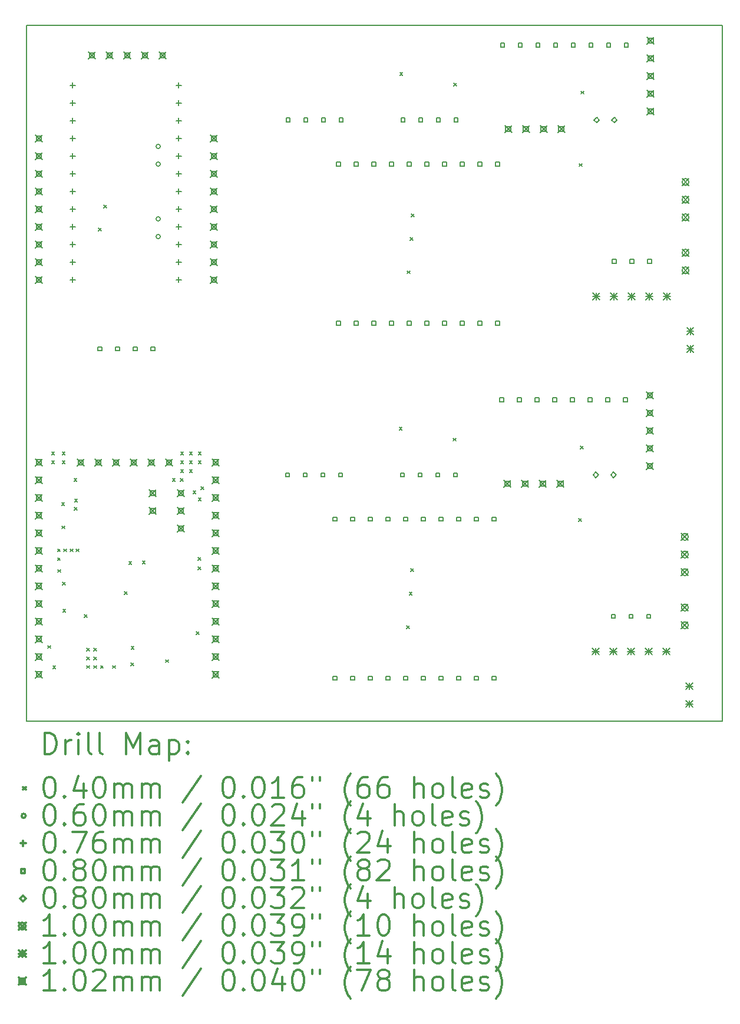
<source format=gbr>
%FSLAX45Y45*%
G04 Gerber Fmt 4.5, Leading zero omitted, Abs format (unit mm)*
G04 Created by KiCad (PCBNEW 4.0.3-stable) date 07/17/17 20:12:45*
%MOMM*%
%LPD*%
G01*
G04 APERTURE LIST*
%ADD10C,0.127000*%
%ADD11C,0.150000*%
%ADD12C,0.200000*%
%ADD13C,0.300000*%
G04 APERTURE END LIST*
D10*
D11*
X15000000Y-15000000D02*
X15000000Y-5000000D01*
X5000000Y-15000000D02*
X5000000Y-5000000D01*
X15000000Y-15000000D02*
X5000000Y-15000000D01*
X5000000Y-5000000D02*
X15000000Y-5000000D01*
D12*
X5310746Y-13917051D02*
X5350746Y-13957051D01*
X5350746Y-13917051D02*
X5310746Y-13957051D01*
X5364210Y-11135420D02*
X5404210Y-11175420D01*
X5404210Y-11135420D02*
X5364210Y-11175420D01*
X5364210Y-11262420D02*
X5404210Y-11302420D01*
X5404210Y-11262420D02*
X5364210Y-11302420D01*
X5381902Y-14210407D02*
X5421902Y-14250407D01*
X5421902Y-14210407D02*
X5381902Y-14250407D01*
X5448110Y-12527420D02*
X5488110Y-12567420D01*
X5488110Y-12527420D02*
X5448110Y-12567420D01*
X5448110Y-12654420D02*
X5488110Y-12694420D01*
X5488110Y-12654420D02*
X5448110Y-12694420D01*
X5450654Y-12823305D02*
X5490654Y-12863305D01*
X5490654Y-12823305D02*
X5450654Y-12863305D01*
X5508990Y-11865670D02*
X5548990Y-11905670D01*
X5548990Y-11865670D02*
X5508990Y-11905670D01*
X5511105Y-12197472D02*
X5551105Y-12237472D01*
X5551105Y-12197472D02*
X5511105Y-12237472D01*
X5516610Y-11135420D02*
X5556610Y-11175420D01*
X5556610Y-11135420D02*
X5516610Y-11175420D01*
X5516610Y-11262420D02*
X5556610Y-11302420D01*
X5556610Y-11262420D02*
X5516610Y-11302420D01*
X5522958Y-13007626D02*
X5562958Y-13047626D01*
X5562958Y-13007626D02*
X5522958Y-13047626D01*
X5525881Y-13398045D02*
X5565881Y-13438045D01*
X5565881Y-13398045D02*
X5525881Y-13438045D01*
X5537010Y-12527420D02*
X5577010Y-12567420D01*
X5577010Y-12527420D02*
X5537010Y-12567420D01*
X5633072Y-12527420D02*
X5673072Y-12567420D01*
X5673072Y-12527420D02*
X5633072Y-12567420D01*
X5686790Y-11518960D02*
X5726790Y-11558960D01*
X5726790Y-11518960D02*
X5686790Y-11558960D01*
X5689047Y-11929231D02*
X5729047Y-11969231D01*
X5729047Y-11929231D02*
X5689047Y-11969231D01*
X5694651Y-11812642D02*
X5734651Y-11852642D01*
X5734651Y-11812642D02*
X5694651Y-11852642D01*
X5714810Y-12527420D02*
X5754810Y-12567420D01*
X5754810Y-12527420D02*
X5714810Y-12567420D01*
X5836310Y-13473479D02*
X5876310Y-13513479D01*
X5876310Y-13473479D02*
X5836310Y-13513479D01*
X5869010Y-13954420D02*
X5909010Y-13994420D01*
X5909010Y-13954420D02*
X5869010Y-13994420D01*
X5869010Y-14079420D02*
X5909010Y-14119420D01*
X5909010Y-14079420D02*
X5869010Y-14119420D01*
X5869010Y-14204420D02*
X5909010Y-14244420D01*
X5909010Y-14204420D02*
X5869010Y-14244420D01*
X5969010Y-13954420D02*
X6009010Y-13994420D01*
X6009010Y-13954420D02*
X5969010Y-13994420D01*
X5969010Y-14079420D02*
X6009010Y-14119420D01*
X6009010Y-14079420D02*
X5969010Y-14119420D01*
X5969010Y-14204420D02*
X6009010Y-14244420D01*
X6009010Y-14204420D02*
X5969010Y-14244420D01*
X6037900Y-7917500D02*
X6077900Y-7957500D01*
X6077900Y-7917500D02*
X6037900Y-7957500D01*
X6067431Y-14205079D02*
X6107431Y-14245079D01*
X6107431Y-14205079D02*
X6067431Y-14245079D01*
X6114100Y-7587300D02*
X6154100Y-7627300D01*
X6154100Y-7587300D02*
X6114100Y-7627300D01*
X6239010Y-14204420D02*
X6279010Y-14244420D01*
X6279010Y-14204420D02*
X6239010Y-14244420D01*
X6412599Y-13138866D02*
X6452599Y-13178866D01*
X6452599Y-13138866D02*
X6412599Y-13178866D01*
X6473565Y-12706975D02*
X6513565Y-12746975D01*
X6513565Y-12706975D02*
X6473565Y-12746975D01*
X6501221Y-14166672D02*
X6541221Y-14206672D01*
X6541221Y-14166672D02*
X6501221Y-14206672D01*
X6507210Y-13929420D02*
X6547210Y-13969420D01*
X6547210Y-13929420D02*
X6507210Y-13969420D01*
X6669368Y-12703290D02*
X6709368Y-12743290D01*
X6709368Y-12703290D02*
X6669368Y-12743290D01*
X7002510Y-14119920D02*
X7042510Y-14159920D01*
X7042510Y-14119920D02*
X7002510Y-14159920D01*
X7099676Y-11515411D02*
X7139676Y-11555411D01*
X7139676Y-11515411D02*
X7099676Y-11555411D01*
X7217262Y-11515411D02*
X7257262Y-11555411D01*
X7257262Y-11515411D02*
X7217262Y-11555411D01*
X7218410Y-11135420D02*
X7258410Y-11175420D01*
X7258410Y-11135420D02*
X7218410Y-11175420D01*
X7218410Y-11262420D02*
X7258410Y-11302420D01*
X7258410Y-11262420D02*
X7218410Y-11302420D01*
X7218410Y-11389420D02*
X7258410Y-11429420D01*
X7258410Y-11389420D02*
X7218410Y-11429420D01*
X7345410Y-11135420D02*
X7385410Y-11175420D01*
X7385410Y-11135420D02*
X7345410Y-11175420D01*
X7345410Y-11262420D02*
X7385410Y-11302420D01*
X7385410Y-11262420D02*
X7345410Y-11302420D01*
X7345410Y-11389420D02*
X7385410Y-11429420D01*
X7385410Y-11389420D02*
X7345410Y-11429420D01*
X7396210Y-11694220D02*
X7436210Y-11734220D01*
X7436210Y-11694220D02*
X7396210Y-11734220D01*
X7441043Y-13719920D02*
X7481043Y-13759920D01*
X7481043Y-13719920D02*
X7441043Y-13759920D01*
X7468600Y-12783880D02*
X7508600Y-12823880D01*
X7508600Y-12783880D02*
X7468600Y-12823880D01*
X7471140Y-12651800D02*
X7511140Y-12691800D01*
X7511140Y-12651800D02*
X7471140Y-12691800D01*
X7472410Y-11135420D02*
X7512410Y-11175420D01*
X7512410Y-11135420D02*
X7472410Y-11175420D01*
X7472410Y-11262420D02*
X7512410Y-11302420D01*
X7512410Y-11262420D02*
X7472410Y-11302420D01*
X7472410Y-11795820D02*
X7512410Y-11835820D01*
X7512410Y-11795820D02*
X7472410Y-11835820D01*
X7510742Y-11633336D02*
X7550742Y-11673336D01*
X7550742Y-11633336D02*
X7510742Y-11673336D01*
X10359166Y-10782000D02*
X10399166Y-10822000D01*
X10399166Y-10782000D02*
X10359166Y-10822000D01*
X10369166Y-5682000D02*
X10409166Y-5722000D01*
X10409166Y-5682000D02*
X10369166Y-5722000D01*
X10463545Y-13632476D02*
X10503545Y-13672476D01*
X10503545Y-13632476D02*
X10463545Y-13672476D01*
X10473545Y-8532476D02*
X10513545Y-8572476D01*
X10513545Y-8532476D02*
X10473545Y-8572476D01*
X10503545Y-13152476D02*
X10543545Y-13192476D01*
X10543545Y-13152476D02*
X10503545Y-13192476D01*
X10513545Y-8052476D02*
X10553545Y-8092476D01*
X10553545Y-8052476D02*
X10513545Y-8092476D01*
X10523545Y-12812476D02*
X10563545Y-12852476D01*
X10563545Y-12812476D02*
X10523545Y-12852476D01*
X10533545Y-7712476D02*
X10573545Y-7752476D01*
X10573545Y-7712476D02*
X10533545Y-7752476D01*
X11133300Y-10937000D02*
X11173300Y-10977000D01*
X11173300Y-10937000D02*
X11133300Y-10977000D01*
X11143300Y-5837000D02*
X11183300Y-5877000D01*
X11183300Y-5837000D02*
X11143300Y-5877000D01*
X12936804Y-12089389D02*
X12976804Y-12129389D01*
X12976804Y-12089389D02*
X12936804Y-12129389D01*
X12946804Y-6989389D02*
X12986804Y-7029389D01*
X12986804Y-6989389D02*
X12946804Y-7029389D01*
X12961112Y-11048324D02*
X13001112Y-11088324D01*
X13001112Y-11048324D02*
X12961112Y-11088324D01*
X12971112Y-5948324D02*
X13011112Y-5988324D01*
X13011112Y-5948324D02*
X12971112Y-5988324D01*
X6926100Y-6743700D02*
G75*
G03X6926100Y-6743700I-30000J0D01*
G01*
X6926100Y-6997700D02*
G75*
G03X6926100Y-6997700I-30000J0D01*
G01*
X6926100Y-7785100D02*
G75*
G03X6926100Y-7785100I-30000J0D01*
G01*
X6926100Y-8039100D02*
G75*
G03X6926100Y-8039100I-30000J0D01*
G01*
X5664200Y-5829300D02*
X5664200Y-5905500D01*
X5626100Y-5867400D02*
X5702300Y-5867400D01*
X5664200Y-6083300D02*
X5664200Y-6159500D01*
X5626100Y-6121400D02*
X5702300Y-6121400D01*
X5664200Y-6337300D02*
X5664200Y-6413500D01*
X5626100Y-6375400D02*
X5702300Y-6375400D01*
X5664200Y-6591300D02*
X5664200Y-6667500D01*
X5626100Y-6629400D02*
X5702300Y-6629400D01*
X5664200Y-6845300D02*
X5664200Y-6921500D01*
X5626100Y-6883400D02*
X5702300Y-6883400D01*
X5664200Y-7099300D02*
X5664200Y-7175500D01*
X5626100Y-7137400D02*
X5702300Y-7137400D01*
X5664200Y-7353300D02*
X5664200Y-7429500D01*
X5626100Y-7391400D02*
X5702300Y-7391400D01*
X5664200Y-7607300D02*
X5664200Y-7683500D01*
X5626100Y-7645400D02*
X5702300Y-7645400D01*
X5664200Y-7861300D02*
X5664200Y-7937500D01*
X5626100Y-7899400D02*
X5702300Y-7899400D01*
X5664200Y-8115300D02*
X5664200Y-8191500D01*
X5626100Y-8153400D02*
X5702300Y-8153400D01*
X5664200Y-8369300D02*
X5664200Y-8445500D01*
X5626100Y-8407400D02*
X5702300Y-8407400D01*
X5664200Y-8623300D02*
X5664200Y-8699500D01*
X5626100Y-8661400D02*
X5702300Y-8661400D01*
X7188200Y-5829300D02*
X7188200Y-5905500D01*
X7150100Y-5867400D02*
X7226300Y-5867400D01*
X7188200Y-6083300D02*
X7188200Y-6159500D01*
X7150100Y-6121400D02*
X7226300Y-6121400D01*
X7188200Y-6337300D02*
X7188200Y-6413500D01*
X7150100Y-6375400D02*
X7226300Y-6375400D01*
X7188200Y-6591300D02*
X7188200Y-6667500D01*
X7150100Y-6629400D02*
X7226300Y-6629400D01*
X7188200Y-6845300D02*
X7188200Y-6921500D01*
X7150100Y-6883400D02*
X7226300Y-6883400D01*
X7188200Y-7099300D02*
X7188200Y-7175500D01*
X7150100Y-7137400D02*
X7226300Y-7137400D01*
X7188200Y-7353300D02*
X7188200Y-7429500D01*
X7150100Y-7391400D02*
X7226300Y-7391400D01*
X7188200Y-7607300D02*
X7188200Y-7683500D01*
X7150100Y-7645400D02*
X7226300Y-7645400D01*
X7188200Y-7861300D02*
X7188200Y-7937500D01*
X7150100Y-7899400D02*
X7226300Y-7899400D01*
X7188200Y-8115300D02*
X7188200Y-8191500D01*
X7150100Y-8153400D02*
X7226300Y-8153400D01*
X7188200Y-8369300D02*
X7188200Y-8445500D01*
X7150100Y-8407400D02*
X7226300Y-8407400D01*
X7188200Y-8623300D02*
X7188200Y-8699500D01*
X7150100Y-8661400D02*
X7226300Y-8661400D01*
X6087084Y-9680285D02*
X6087084Y-9623716D01*
X6030515Y-9623716D01*
X6030515Y-9680285D01*
X6087084Y-9680285D01*
X6341084Y-9680285D02*
X6341084Y-9623716D01*
X6284515Y-9623716D01*
X6284515Y-9680285D01*
X6341084Y-9680285D01*
X6595084Y-9680285D02*
X6595084Y-9623716D01*
X6538515Y-9623716D01*
X6538515Y-9680285D01*
X6595084Y-9680285D01*
X6849084Y-9680285D02*
X6849084Y-9623716D01*
X6792515Y-9623716D01*
X6792515Y-9680285D01*
X6849084Y-9680285D01*
X8781285Y-11493284D02*
X8781285Y-11436715D01*
X8724716Y-11436715D01*
X8724716Y-11493284D01*
X8781285Y-11493284D01*
X8791285Y-6393284D02*
X8791285Y-6336715D01*
X8734716Y-6336715D01*
X8734716Y-6393284D01*
X8791285Y-6393284D01*
X9035285Y-11493284D02*
X9035285Y-11436715D01*
X8978716Y-11436715D01*
X8978716Y-11493284D01*
X9035285Y-11493284D01*
X9045285Y-6393284D02*
X9045285Y-6336715D01*
X8988716Y-6336715D01*
X8988716Y-6393284D01*
X9045285Y-6393284D01*
X9289285Y-11493284D02*
X9289285Y-11436715D01*
X9232716Y-11436715D01*
X9232716Y-11493284D01*
X9289285Y-11493284D01*
X9299285Y-6393284D02*
X9299285Y-6336715D01*
X9242716Y-6336715D01*
X9242716Y-6393284D01*
X9299285Y-6393284D01*
X9463585Y-12128284D02*
X9463585Y-12071715D01*
X9407016Y-12071715D01*
X9407016Y-12128284D01*
X9463585Y-12128284D01*
X9463585Y-14414284D02*
X9463585Y-14357715D01*
X9407016Y-14357715D01*
X9407016Y-14414284D01*
X9463585Y-14414284D01*
X9513585Y-7028284D02*
X9513585Y-6971715D01*
X9457016Y-6971715D01*
X9457016Y-7028284D01*
X9513585Y-7028284D01*
X9513585Y-9314285D02*
X9513585Y-9257716D01*
X9457016Y-9257716D01*
X9457016Y-9314285D01*
X9513585Y-9314285D01*
X9543285Y-11493284D02*
X9543285Y-11436715D01*
X9486716Y-11436715D01*
X9486716Y-11493284D01*
X9543285Y-11493284D01*
X9553285Y-6393284D02*
X9553285Y-6336715D01*
X9496716Y-6336715D01*
X9496716Y-6393284D01*
X9553285Y-6393284D01*
X9717585Y-12128284D02*
X9717585Y-12071715D01*
X9661016Y-12071715D01*
X9661016Y-12128284D01*
X9717585Y-12128284D01*
X9717585Y-14414284D02*
X9717585Y-14357715D01*
X9661016Y-14357715D01*
X9661016Y-14414284D01*
X9717585Y-14414284D01*
X9767585Y-7028284D02*
X9767585Y-6971715D01*
X9711016Y-6971715D01*
X9711016Y-7028284D01*
X9767585Y-7028284D01*
X9767585Y-9314285D02*
X9767585Y-9257716D01*
X9711016Y-9257716D01*
X9711016Y-9314285D01*
X9767585Y-9314285D01*
X9971585Y-12128284D02*
X9971585Y-12071715D01*
X9915016Y-12071715D01*
X9915016Y-12128284D01*
X9971585Y-12128284D01*
X9971585Y-14414284D02*
X9971585Y-14357715D01*
X9915016Y-14357715D01*
X9915016Y-14414284D01*
X9971585Y-14414284D01*
X10021585Y-7028284D02*
X10021585Y-6971715D01*
X9965016Y-6971715D01*
X9965016Y-7028284D01*
X10021585Y-7028284D01*
X10021585Y-9314285D02*
X10021585Y-9257716D01*
X9965016Y-9257716D01*
X9965016Y-9314285D01*
X10021585Y-9314285D01*
X10225585Y-12128284D02*
X10225585Y-12071715D01*
X10169016Y-12071715D01*
X10169016Y-12128284D01*
X10225585Y-12128284D01*
X10225585Y-14414284D02*
X10225585Y-14357715D01*
X10169016Y-14357715D01*
X10169016Y-14414284D01*
X10225585Y-14414284D01*
X10275585Y-7028284D02*
X10275585Y-6971715D01*
X10219016Y-6971715D01*
X10219016Y-7028284D01*
X10275585Y-7028284D01*
X10275585Y-9314285D02*
X10275585Y-9257716D01*
X10219016Y-9257716D01*
X10219016Y-9314285D01*
X10275585Y-9314285D01*
X10432285Y-11493284D02*
X10432285Y-11436715D01*
X10375716Y-11436715D01*
X10375716Y-11493284D01*
X10432285Y-11493284D01*
X10442285Y-6393284D02*
X10442285Y-6336715D01*
X10385716Y-6336715D01*
X10385716Y-6393284D01*
X10442285Y-6393284D01*
X10479585Y-12128284D02*
X10479585Y-12071715D01*
X10423016Y-12071715D01*
X10423016Y-12128284D01*
X10479585Y-12128284D01*
X10479585Y-14414284D02*
X10479585Y-14357715D01*
X10423016Y-14357715D01*
X10423016Y-14414284D01*
X10479585Y-14414284D01*
X10529585Y-7028284D02*
X10529585Y-6971715D01*
X10473016Y-6971715D01*
X10473016Y-7028284D01*
X10529585Y-7028284D01*
X10529585Y-9314285D02*
X10529585Y-9257716D01*
X10473016Y-9257716D01*
X10473016Y-9314285D01*
X10529585Y-9314285D01*
X10686285Y-11493284D02*
X10686285Y-11436715D01*
X10629716Y-11436715D01*
X10629716Y-11493284D01*
X10686285Y-11493284D01*
X10696285Y-6393284D02*
X10696285Y-6336715D01*
X10639716Y-6336715D01*
X10639716Y-6393284D01*
X10696285Y-6393284D01*
X10733585Y-12128284D02*
X10733585Y-12071715D01*
X10677016Y-12071715D01*
X10677016Y-12128284D01*
X10733585Y-12128284D01*
X10733585Y-14414284D02*
X10733585Y-14357715D01*
X10677016Y-14357715D01*
X10677016Y-14414284D01*
X10733585Y-14414284D01*
X10783585Y-7028284D02*
X10783585Y-6971715D01*
X10727016Y-6971715D01*
X10727016Y-7028284D01*
X10783585Y-7028284D01*
X10783585Y-9314285D02*
X10783585Y-9257716D01*
X10727016Y-9257716D01*
X10727016Y-9314285D01*
X10783585Y-9314285D01*
X10940285Y-11493284D02*
X10940285Y-11436715D01*
X10883716Y-11436715D01*
X10883716Y-11493284D01*
X10940285Y-11493284D01*
X10950285Y-6393284D02*
X10950285Y-6336715D01*
X10893716Y-6336715D01*
X10893716Y-6393284D01*
X10950285Y-6393284D01*
X10987585Y-12128284D02*
X10987585Y-12071715D01*
X10931016Y-12071715D01*
X10931016Y-12128284D01*
X10987585Y-12128284D01*
X10987585Y-14414284D02*
X10987585Y-14357715D01*
X10931016Y-14357715D01*
X10931016Y-14414284D01*
X10987585Y-14414284D01*
X11037585Y-7028284D02*
X11037585Y-6971715D01*
X10981016Y-6971715D01*
X10981016Y-7028284D01*
X11037585Y-7028284D01*
X11037585Y-9314285D02*
X11037585Y-9257716D01*
X10981016Y-9257716D01*
X10981016Y-9314285D01*
X11037585Y-9314285D01*
X11194284Y-11493284D02*
X11194284Y-11436715D01*
X11137716Y-11436715D01*
X11137716Y-11493284D01*
X11194284Y-11493284D01*
X11204284Y-6393284D02*
X11204284Y-6336715D01*
X11147716Y-6336715D01*
X11147716Y-6393284D01*
X11204284Y-6393284D01*
X11241584Y-12128284D02*
X11241584Y-12071715D01*
X11185015Y-12071715D01*
X11185015Y-12128284D01*
X11241584Y-12128284D01*
X11241584Y-14414284D02*
X11241584Y-14357715D01*
X11185015Y-14357715D01*
X11185015Y-14414284D01*
X11241584Y-14414284D01*
X11291584Y-7028284D02*
X11291584Y-6971715D01*
X11235015Y-6971715D01*
X11235015Y-7028284D01*
X11291584Y-7028284D01*
X11291584Y-9314285D02*
X11291584Y-9257716D01*
X11235015Y-9257716D01*
X11235015Y-9314285D01*
X11291584Y-9314285D01*
X11495584Y-12128284D02*
X11495584Y-12071715D01*
X11439015Y-12071715D01*
X11439015Y-12128284D01*
X11495584Y-12128284D01*
X11495584Y-14414284D02*
X11495584Y-14357715D01*
X11439015Y-14357715D01*
X11439015Y-14414284D01*
X11495584Y-14414284D01*
X11545584Y-7028284D02*
X11545584Y-6971715D01*
X11489015Y-6971715D01*
X11489015Y-7028284D01*
X11545584Y-7028284D01*
X11545584Y-9314285D02*
X11545584Y-9257716D01*
X11489015Y-9257716D01*
X11489015Y-9314285D01*
X11545584Y-9314285D01*
X11749584Y-12128284D02*
X11749584Y-12071715D01*
X11693015Y-12071715D01*
X11693015Y-12128284D01*
X11749584Y-12128284D01*
X11749584Y-14414284D02*
X11749584Y-14357715D01*
X11693015Y-14357715D01*
X11693015Y-14414284D01*
X11749584Y-14414284D01*
X11799584Y-7028284D02*
X11799584Y-6971715D01*
X11743015Y-6971715D01*
X11743015Y-7028284D01*
X11799584Y-7028284D01*
X11799584Y-9314285D02*
X11799584Y-9257716D01*
X11743015Y-9257716D01*
X11743015Y-9314285D01*
X11799584Y-9314285D01*
X11861584Y-10413785D02*
X11861584Y-10357216D01*
X11805015Y-10357216D01*
X11805015Y-10413785D01*
X11861584Y-10413785D01*
X11871584Y-5313785D02*
X11871584Y-5257216D01*
X11815015Y-5257216D01*
X11815015Y-5313785D01*
X11871584Y-5313785D01*
X12115584Y-10413785D02*
X12115584Y-10357216D01*
X12059015Y-10357216D01*
X12059015Y-10413785D01*
X12115584Y-10413785D01*
X12125584Y-5313785D02*
X12125584Y-5257216D01*
X12069015Y-5257216D01*
X12069015Y-5313785D01*
X12125584Y-5313785D01*
X12369584Y-10413785D02*
X12369584Y-10357216D01*
X12313015Y-10357216D01*
X12313015Y-10413785D01*
X12369584Y-10413785D01*
X12379584Y-5313785D02*
X12379584Y-5257216D01*
X12323015Y-5257216D01*
X12323015Y-5313785D01*
X12379584Y-5313785D01*
X12623584Y-10413785D02*
X12623584Y-10357216D01*
X12567015Y-10357216D01*
X12567015Y-10413785D01*
X12623584Y-10413785D01*
X12633584Y-5313785D02*
X12633584Y-5257216D01*
X12577015Y-5257216D01*
X12577015Y-5313785D01*
X12633584Y-5313785D01*
X12877584Y-10413785D02*
X12877584Y-10357216D01*
X12821015Y-10357216D01*
X12821015Y-10413785D01*
X12877584Y-10413785D01*
X12887584Y-5313785D02*
X12887584Y-5257216D01*
X12831015Y-5257216D01*
X12831015Y-5313785D01*
X12887584Y-5313785D01*
X13131584Y-10413785D02*
X13131584Y-10357216D01*
X13075015Y-10357216D01*
X13075015Y-10413785D01*
X13131584Y-10413785D01*
X13141584Y-5313785D02*
X13141584Y-5257216D01*
X13085015Y-5257216D01*
X13085015Y-5313785D01*
X13141584Y-5313785D01*
X13385584Y-10413785D02*
X13385584Y-10357216D01*
X13329015Y-10357216D01*
X13329015Y-10413785D01*
X13385584Y-10413785D01*
X13395584Y-5313785D02*
X13395584Y-5257216D01*
X13339015Y-5257216D01*
X13339015Y-5313785D01*
X13395584Y-5313785D01*
X13465044Y-13525284D02*
X13465044Y-13468715D01*
X13408475Y-13468715D01*
X13408475Y-13525284D01*
X13465044Y-13525284D01*
X13475044Y-8425285D02*
X13475044Y-8368715D01*
X13418475Y-8368715D01*
X13418475Y-8425285D01*
X13475044Y-8425285D01*
X13639584Y-10413785D02*
X13639584Y-10357216D01*
X13583015Y-10357216D01*
X13583015Y-10413785D01*
X13639584Y-10413785D01*
X13649584Y-5313785D02*
X13649584Y-5257216D01*
X13593015Y-5257216D01*
X13593015Y-5313785D01*
X13649584Y-5313785D01*
X13719044Y-13525284D02*
X13719044Y-13468715D01*
X13662475Y-13468715D01*
X13662475Y-13525284D01*
X13719044Y-13525284D01*
X13729044Y-8425285D02*
X13729044Y-8368715D01*
X13672475Y-8368715D01*
X13672475Y-8425285D01*
X13729044Y-8425285D01*
X13973044Y-13525284D02*
X13973044Y-13468715D01*
X13916475Y-13468715D01*
X13916475Y-13525284D01*
X13973044Y-13525284D01*
X13983044Y-8425285D02*
X13983044Y-8368715D01*
X13926475Y-8368715D01*
X13926475Y-8425285D01*
X13983044Y-8425285D01*
X13185300Y-11505005D02*
X13225305Y-11465000D01*
X13185300Y-11424995D01*
X13145295Y-11465000D01*
X13185300Y-11505005D01*
X13195300Y-6405005D02*
X13235305Y-6365000D01*
X13195300Y-6324995D01*
X13155295Y-6365000D01*
X13195300Y-6405005D01*
X13439300Y-11505005D02*
X13479305Y-11465000D01*
X13439300Y-11424995D01*
X13399295Y-11465000D01*
X13439300Y-11505005D01*
X13449300Y-6405005D02*
X13489305Y-6365000D01*
X13449300Y-6324995D01*
X13409295Y-6365000D01*
X13449300Y-6405005D01*
X14413389Y-12304089D02*
X14513211Y-12403911D01*
X14513211Y-12304089D02*
X14413389Y-12403911D01*
X14513211Y-12354000D02*
G75*
G03X14513211Y-12354000I-49911J0D01*
G01*
X14413389Y-12558089D02*
X14513211Y-12657911D01*
X14513211Y-12558089D02*
X14413389Y-12657911D01*
X14513211Y-12608000D02*
G75*
G03X14513211Y-12608000I-49911J0D01*
G01*
X14413389Y-12812089D02*
X14513211Y-12911911D01*
X14513211Y-12812089D02*
X14413389Y-12911911D01*
X14513211Y-12862000D02*
G75*
G03X14513211Y-12862000I-49911J0D01*
G01*
X14413389Y-13320089D02*
X14513211Y-13419911D01*
X14513211Y-13320089D02*
X14413389Y-13419911D01*
X14513211Y-13370000D02*
G75*
G03X14513211Y-13370000I-49911J0D01*
G01*
X14413389Y-13574089D02*
X14513211Y-13673911D01*
X14513211Y-13574089D02*
X14413389Y-13673911D01*
X14513211Y-13624000D02*
G75*
G03X14513211Y-13624000I-49911J0D01*
G01*
X14423389Y-7204089D02*
X14523211Y-7303911D01*
X14523211Y-7204089D02*
X14423389Y-7303911D01*
X14523211Y-7254000D02*
G75*
G03X14523211Y-7254000I-49911J0D01*
G01*
X14423389Y-7458089D02*
X14523211Y-7557911D01*
X14523211Y-7458089D02*
X14423389Y-7557911D01*
X14523211Y-7508000D02*
G75*
G03X14523211Y-7508000I-49911J0D01*
G01*
X14423389Y-7712089D02*
X14523211Y-7811911D01*
X14523211Y-7712089D02*
X14423389Y-7811911D01*
X14523211Y-7762000D02*
G75*
G03X14523211Y-7762000I-49911J0D01*
G01*
X14423389Y-8220089D02*
X14523211Y-8319911D01*
X14523211Y-8220089D02*
X14423389Y-8319911D01*
X14523211Y-8270000D02*
G75*
G03X14523211Y-8270000I-49911J0D01*
G01*
X14423389Y-8474089D02*
X14523211Y-8573911D01*
X14523211Y-8474089D02*
X14423389Y-8573911D01*
X14523211Y-8524000D02*
G75*
G03X14523211Y-8524000I-49911J0D01*
G01*
X13132000Y-13950000D02*
X13232000Y-14050000D01*
X13232000Y-13950000D02*
X13132000Y-14050000D01*
X13182000Y-13950000D02*
X13182000Y-14050000D01*
X13132000Y-14000000D02*
X13232000Y-14000000D01*
X13142000Y-8850000D02*
X13242000Y-8950000D01*
X13242000Y-8850000D02*
X13142000Y-8950000D01*
X13192000Y-8850000D02*
X13192000Y-8950000D01*
X13142000Y-8900000D02*
X13242000Y-8900000D01*
X13386000Y-13950000D02*
X13486000Y-14050000D01*
X13486000Y-13950000D02*
X13386000Y-14050000D01*
X13436000Y-13950000D02*
X13436000Y-14050000D01*
X13386000Y-14000000D02*
X13486000Y-14000000D01*
X13396000Y-8850000D02*
X13496000Y-8950000D01*
X13496000Y-8850000D02*
X13396000Y-8950000D01*
X13446000Y-8850000D02*
X13446000Y-8950000D01*
X13396000Y-8900000D02*
X13496000Y-8900000D01*
X13640000Y-13950000D02*
X13740000Y-14050000D01*
X13740000Y-13950000D02*
X13640000Y-14050000D01*
X13690000Y-13950000D02*
X13690000Y-14050000D01*
X13640000Y-14000000D02*
X13740000Y-14000000D01*
X13650000Y-8850000D02*
X13750000Y-8950000D01*
X13750000Y-8850000D02*
X13650000Y-8950000D01*
X13700000Y-8850000D02*
X13700000Y-8950000D01*
X13650000Y-8900000D02*
X13750000Y-8900000D01*
X13894000Y-13950000D02*
X13994000Y-14050000D01*
X13994000Y-13950000D02*
X13894000Y-14050000D01*
X13944000Y-13950000D02*
X13944000Y-14050000D01*
X13894000Y-14000000D02*
X13994000Y-14000000D01*
X13904000Y-8850000D02*
X14004000Y-8950000D01*
X14004000Y-8850000D02*
X13904000Y-8950000D01*
X13954000Y-8850000D02*
X13954000Y-8950000D01*
X13904000Y-8900000D02*
X14004000Y-8900000D01*
X14148000Y-13950000D02*
X14248000Y-14050000D01*
X14248000Y-13950000D02*
X14148000Y-14050000D01*
X14198000Y-13950000D02*
X14198000Y-14050000D01*
X14148000Y-14000000D02*
X14248000Y-14000000D01*
X14158000Y-8850000D02*
X14258000Y-8950000D01*
X14258000Y-8850000D02*
X14158000Y-8950000D01*
X14208000Y-8850000D02*
X14208000Y-8950000D01*
X14158000Y-8900000D02*
X14258000Y-8900000D01*
X14481500Y-14450000D02*
X14581500Y-14550000D01*
X14581500Y-14450000D02*
X14481500Y-14550000D01*
X14531500Y-14450000D02*
X14531500Y-14550000D01*
X14481500Y-14500000D02*
X14581500Y-14500000D01*
X14481500Y-14704000D02*
X14581500Y-14804000D01*
X14581500Y-14704000D02*
X14481500Y-14804000D01*
X14531500Y-14704000D02*
X14531500Y-14804000D01*
X14481500Y-14754000D02*
X14581500Y-14754000D01*
X14491500Y-9350000D02*
X14591500Y-9450000D01*
X14591500Y-9350000D02*
X14491500Y-9450000D01*
X14541500Y-9350000D02*
X14541500Y-9450000D01*
X14491500Y-9400000D02*
X14591500Y-9400000D01*
X14491500Y-9604000D02*
X14591500Y-9704000D01*
X14591500Y-9604000D02*
X14491500Y-9704000D01*
X14541500Y-9604000D02*
X14541500Y-9704000D01*
X14491500Y-9654000D02*
X14591500Y-9654000D01*
X5130210Y-11231620D02*
X5231810Y-11333220D01*
X5231810Y-11231620D02*
X5130210Y-11333220D01*
X5216931Y-11318341D02*
X5216931Y-11246499D01*
X5145089Y-11246499D01*
X5145089Y-11318341D01*
X5216931Y-11318341D01*
X5130210Y-11485620D02*
X5231810Y-11587220D01*
X5231810Y-11485620D02*
X5130210Y-11587220D01*
X5216931Y-11572341D02*
X5216931Y-11500499D01*
X5145089Y-11500499D01*
X5145089Y-11572341D01*
X5216931Y-11572341D01*
X5130210Y-11739620D02*
X5231810Y-11841220D01*
X5231810Y-11739620D02*
X5130210Y-11841220D01*
X5216931Y-11826341D02*
X5216931Y-11754499D01*
X5145089Y-11754499D01*
X5145089Y-11826341D01*
X5216931Y-11826341D01*
X5130210Y-11993620D02*
X5231810Y-12095220D01*
X5231810Y-11993620D02*
X5130210Y-12095220D01*
X5216931Y-12080341D02*
X5216931Y-12008499D01*
X5145089Y-12008499D01*
X5145089Y-12080341D01*
X5216931Y-12080341D01*
X5130210Y-12247620D02*
X5231810Y-12349220D01*
X5231810Y-12247620D02*
X5130210Y-12349220D01*
X5216931Y-12334341D02*
X5216931Y-12262499D01*
X5145089Y-12262499D01*
X5145089Y-12334341D01*
X5216931Y-12334341D01*
X5130210Y-12501620D02*
X5231810Y-12603220D01*
X5231810Y-12501620D02*
X5130210Y-12603220D01*
X5216931Y-12588341D02*
X5216931Y-12516499D01*
X5145089Y-12516499D01*
X5145089Y-12588341D01*
X5216931Y-12588341D01*
X5130210Y-12755620D02*
X5231810Y-12857220D01*
X5231810Y-12755620D02*
X5130210Y-12857220D01*
X5216931Y-12842341D02*
X5216931Y-12770499D01*
X5145089Y-12770499D01*
X5145089Y-12842341D01*
X5216931Y-12842341D01*
X5130210Y-13009620D02*
X5231810Y-13111220D01*
X5231810Y-13009620D02*
X5130210Y-13111220D01*
X5216931Y-13096341D02*
X5216931Y-13024499D01*
X5145089Y-13024499D01*
X5145089Y-13096341D01*
X5216931Y-13096341D01*
X5130210Y-13263620D02*
X5231810Y-13365220D01*
X5231810Y-13263620D02*
X5130210Y-13365220D01*
X5216931Y-13350341D02*
X5216931Y-13278499D01*
X5145089Y-13278499D01*
X5145089Y-13350341D01*
X5216931Y-13350341D01*
X5130210Y-13517620D02*
X5231810Y-13619220D01*
X5231810Y-13517620D02*
X5130210Y-13619220D01*
X5216931Y-13604341D02*
X5216931Y-13532499D01*
X5145089Y-13532499D01*
X5145089Y-13604341D01*
X5216931Y-13604341D01*
X5130210Y-13771620D02*
X5231810Y-13873220D01*
X5231810Y-13771620D02*
X5130210Y-13873220D01*
X5216931Y-13858341D02*
X5216931Y-13786499D01*
X5145089Y-13786499D01*
X5145089Y-13858341D01*
X5216931Y-13858341D01*
X5130210Y-14025620D02*
X5231810Y-14127220D01*
X5231810Y-14025620D02*
X5130210Y-14127220D01*
X5216931Y-14112341D02*
X5216931Y-14040499D01*
X5145089Y-14040499D01*
X5145089Y-14112341D01*
X5216931Y-14112341D01*
X5130210Y-14279620D02*
X5231810Y-14381220D01*
X5231810Y-14279620D02*
X5130210Y-14381220D01*
X5216931Y-14366341D02*
X5216931Y-14294499D01*
X5145089Y-14294499D01*
X5145089Y-14366341D01*
X5216931Y-14366341D01*
X5130800Y-6578600D02*
X5232400Y-6680200D01*
X5232400Y-6578600D02*
X5130800Y-6680200D01*
X5217521Y-6665321D02*
X5217521Y-6593479D01*
X5145679Y-6593479D01*
X5145679Y-6665321D01*
X5217521Y-6665321D01*
X5130800Y-6832600D02*
X5232400Y-6934200D01*
X5232400Y-6832600D02*
X5130800Y-6934200D01*
X5217521Y-6919321D02*
X5217521Y-6847479D01*
X5145679Y-6847479D01*
X5145679Y-6919321D01*
X5217521Y-6919321D01*
X5130800Y-7086600D02*
X5232400Y-7188200D01*
X5232400Y-7086600D02*
X5130800Y-7188200D01*
X5217521Y-7173321D02*
X5217521Y-7101479D01*
X5145679Y-7101479D01*
X5145679Y-7173321D01*
X5217521Y-7173321D01*
X5130800Y-7340600D02*
X5232400Y-7442200D01*
X5232400Y-7340600D02*
X5130800Y-7442200D01*
X5217521Y-7427321D02*
X5217521Y-7355479D01*
X5145679Y-7355479D01*
X5145679Y-7427321D01*
X5217521Y-7427321D01*
X5130800Y-7594600D02*
X5232400Y-7696200D01*
X5232400Y-7594600D02*
X5130800Y-7696200D01*
X5217521Y-7681321D02*
X5217521Y-7609479D01*
X5145679Y-7609479D01*
X5145679Y-7681321D01*
X5217521Y-7681321D01*
X5130800Y-7848600D02*
X5232400Y-7950200D01*
X5232400Y-7848600D02*
X5130800Y-7950200D01*
X5217521Y-7935321D02*
X5217521Y-7863479D01*
X5145679Y-7863479D01*
X5145679Y-7935321D01*
X5217521Y-7935321D01*
X5130800Y-8102600D02*
X5232400Y-8204200D01*
X5232400Y-8102600D02*
X5130800Y-8204200D01*
X5217521Y-8189321D02*
X5217521Y-8117479D01*
X5145679Y-8117479D01*
X5145679Y-8189321D01*
X5217521Y-8189321D01*
X5130800Y-8356600D02*
X5232400Y-8458200D01*
X5232400Y-8356600D02*
X5130800Y-8458200D01*
X5217521Y-8443321D02*
X5217521Y-8371479D01*
X5145679Y-8371479D01*
X5145679Y-8443321D01*
X5217521Y-8443321D01*
X5130800Y-8610600D02*
X5232400Y-8712200D01*
X5232400Y-8610600D02*
X5130800Y-8712200D01*
X5217521Y-8697321D02*
X5217521Y-8625479D01*
X5145679Y-8625479D01*
X5145679Y-8697321D01*
X5217521Y-8697321D01*
X5729810Y-11235720D02*
X5831410Y-11337320D01*
X5831410Y-11235720D02*
X5729810Y-11337320D01*
X5816531Y-11322441D02*
X5816531Y-11250599D01*
X5744689Y-11250599D01*
X5744689Y-11322441D01*
X5816531Y-11322441D01*
X5892800Y-5384800D02*
X5994400Y-5486400D01*
X5994400Y-5384800D02*
X5892800Y-5486400D01*
X5979521Y-5471521D02*
X5979521Y-5399679D01*
X5907679Y-5399679D01*
X5907679Y-5471521D01*
X5979521Y-5471521D01*
X5983810Y-11235720D02*
X6085410Y-11337320D01*
X6085410Y-11235720D02*
X5983810Y-11337320D01*
X6070531Y-11322441D02*
X6070531Y-11250599D01*
X5998689Y-11250599D01*
X5998689Y-11322441D01*
X6070531Y-11322441D01*
X6146800Y-5384800D02*
X6248400Y-5486400D01*
X6248400Y-5384800D02*
X6146800Y-5486400D01*
X6233521Y-5471521D02*
X6233521Y-5399679D01*
X6161679Y-5399679D01*
X6161679Y-5471521D01*
X6233521Y-5471521D01*
X6237810Y-11235720D02*
X6339410Y-11337320D01*
X6339410Y-11235720D02*
X6237810Y-11337320D01*
X6324531Y-11322441D02*
X6324531Y-11250599D01*
X6252689Y-11250599D01*
X6252689Y-11322441D01*
X6324531Y-11322441D01*
X6400800Y-5384800D02*
X6502400Y-5486400D01*
X6502400Y-5384800D02*
X6400800Y-5486400D01*
X6487521Y-5471521D02*
X6487521Y-5399679D01*
X6415679Y-5399679D01*
X6415679Y-5471521D01*
X6487521Y-5471521D01*
X6491810Y-11235720D02*
X6593410Y-11337320D01*
X6593410Y-11235720D02*
X6491810Y-11337320D01*
X6578531Y-11322441D02*
X6578531Y-11250599D01*
X6506689Y-11250599D01*
X6506689Y-11322441D01*
X6578531Y-11322441D01*
X6654800Y-5384800D02*
X6756400Y-5486400D01*
X6756400Y-5384800D02*
X6654800Y-5486400D01*
X6741521Y-5471521D02*
X6741521Y-5399679D01*
X6669679Y-5399679D01*
X6669679Y-5471521D01*
X6741521Y-5471521D01*
X6745810Y-11235720D02*
X6847410Y-11337320D01*
X6847410Y-11235720D02*
X6745810Y-11337320D01*
X6832531Y-11322441D02*
X6832531Y-11250599D01*
X6760689Y-11250599D01*
X6760689Y-11322441D01*
X6832531Y-11322441D01*
X6768510Y-11676120D02*
X6870110Y-11777720D01*
X6870110Y-11676120D02*
X6768510Y-11777720D01*
X6855231Y-11762841D02*
X6855231Y-11690999D01*
X6783389Y-11690999D01*
X6783389Y-11762841D01*
X6855231Y-11762841D01*
X6768510Y-11930120D02*
X6870110Y-12031720D01*
X6870110Y-11930120D02*
X6768510Y-12031720D01*
X6855231Y-12016841D02*
X6855231Y-11944999D01*
X6783389Y-11944999D01*
X6783389Y-12016841D01*
X6855231Y-12016841D01*
X6908800Y-5384800D02*
X7010400Y-5486400D01*
X7010400Y-5384800D02*
X6908800Y-5486400D01*
X6995521Y-5471521D02*
X6995521Y-5399679D01*
X6923679Y-5399679D01*
X6923679Y-5471521D01*
X6995521Y-5471521D01*
X6999810Y-11235720D02*
X7101410Y-11337320D01*
X7101410Y-11235720D02*
X6999810Y-11337320D01*
X7086531Y-11322441D02*
X7086531Y-11250599D01*
X7014689Y-11250599D01*
X7014689Y-11322441D01*
X7086531Y-11322441D01*
X7169810Y-11675720D02*
X7271410Y-11777320D01*
X7271410Y-11675720D02*
X7169810Y-11777320D01*
X7256531Y-11762441D02*
X7256531Y-11690599D01*
X7184689Y-11690599D01*
X7184689Y-11762441D01*
X7256531Y-11762441D01*
X7169810Y-11929720D02*
X7271410Y-12031320D01*
X7271410Y-11929720D02*
X7169810Y-12031320D01*
X7256531Y-12016441D02*
X7256531Y-11944599D01*
X7184689Y-11944599D01*
X7184689Y-12016441D01*
X7256531Y-12016441D01*
X7169810Y-12183720D02*
X7271410Y-12285320D01*
X7271410Y-12183720D02*
X7169810Y-12285320D01*
X7256531Y-12270441D02*
X7256531Y-12198599D01*
X7184689Y-12198599D01*
X7184689Y-12270441D01*
X7256531Y-12270441D01*
X7645400Y-6578600D02*
X7747000Y-6680200D01*
X7747000Y-6578600D02*
X7645400Y-6680200D01*
X7732121Y-6665321D02*
X7732121Y-6593479D01*
X7660279Y-6593479D01*
X7660279Y-6665321D01*
X7732121Y-6665321D01*
X7645400Y-6832600D02*
X7747000Y-6934200D01*
X7747000Y-6832600D02*
X7645400Y-6934200D01*
X7732121Y-6919321D02*
X7732121Y-6847479D01*
X7660279Y-6847479D01*
X7660279Y-6919321D01*
X7732121Y-6919321D01*
X7645400Y-7086600D02*
X7747000Y-7188200D01*
X7747000Y-7086600D02*
X7645400Y-7188200D01*
X7732121Y-7173321D02*
X7732121Y-7101479D01*
X7660279Y-7101479D01*
X7660279Y-7173321D01*
X7732121Y-7173321D01*
X7645400Y-7340600D02*
X7747000Y-7442200D01*
X7747000Y-7340600D02*
X7645400Y-7442200D01*
X7732121Y-7427321D02*
X7732121Y-7355479D01*
X7660279Y-7355479D01*
X7660279Y-7427321D01*
X7732121Y-7427321D01*
X7645400Y-7594600D02*
X7747000Y-7696200D01*
X7747000Y-7594600D02*
X7645400Y-7696200D01*
X7732121Y-7681321D02*
X7732121Y-7609479D01*
X7660279Y-7609479D01*
X7660279Y-7681321D01*
X7732121Y-7681321D01*
X7645400Y-7848600D02*
X7747000Y-7950200D01*
X7747000Y-7848600D02*
X7645400Y-7950200D01*
X7732121Y-7935321D02*
X7732121Y-7863479D01*
X7660279Y-7863479D01*
X7660279Y-7935321D01*
X7732121Y-7935321D01*
X7645400Y-8102600D02*
X7747000Y-8204200D01*
X7747000Y-8102600D02*
X7645400Y-8204200D01*
X7732121Y-8189321D02*
X7732121Y-8117479D01*
X7660279Y-8117479D01*
X7660279Y-8189321D01*
X7732121Y-8189321D01*
X7645400Y-8356600D02*
X7747000Y-8458200D01*
X7747000Y-8356600D02*
X7645400Y-8458200D01*
X7732121Y-8443321D02*
X7732121Y-8371479D01*
X7660279Y-8371479D01*
X7660279Y-8443321D01*
X7732121Y-8443321D01*
X7645400Y-8610600D02*
X7747000Y-8712200D01*
X7747000Y-8610600D02*
X7645400Y-8712200D01*
X7732121Y-8697321D02*
X7732121Y-8625479D01*
X7660279Y-8625479D01*
X7660279Y-8697321D01*
X7732121Y-8697321D01*
X7670210Y-11231620D02*
X7771810Y-11333220D01*
X7771810Y-11231620D02*
X7670210Y-11333220D01*
X7756931Y-11318341D02*
X7756931Y-11246499D01*
X7685089Y-11246499D01*
X7685089Y-11318341D01*
X7756931Y-11318341D01*
X7670210Y-11485620D02*
X7771810Y-11587220D01*
X7771810Y-11485620D02*
X7670210Y-11587220D01*
X7756931Y-11572341D02*
X7756931Y-11500499D01*
X7685089Y-11500499D01*
X7685089Y-11572341D01*
X7756931Y-11572341D01*
X7670210Y-11739620D02*
X7771810Y-11841220D01*
X7771810Y-11739620D02*
X7670210Y-11841220D01*
X7756931Y-11826341D02*
X7756931Y-11754499D01*
X7685089Y-11754499D01*
X7685089Y-11826341D01*
X7756931Y-11826341D01*
X7670210Y-11993620D02*
X7771810Y-12095220D01*
X7771810Y-11993620D02*
X7670210Y-12095220D01*
X7756931Y-12080341D02*
X7756931Y-12008499D01*
X7685089Y-12008499D01*
X7685089Y-12080341D01*
X7756931Y-12080341D01*
X7670210Y-12247620D02*
X7771810Y-12349220D01*
X7771810Y-12247620D02*
X7670210Y-12349220D01*
X7756931Y-12334341D02*
X7756931Y-12262499D01*
X7685089Y-12262499D01*
X7685089Y-12334341D01*
X7756931Y-12334341D01*
X7670210Y-12501620D02*
X7771810Y-12603220D01*
X7771810Y-12501620D02*
X7670210Y-12603220D01*
X7756931Y-12588341D02*
X7756931Y-12516499D01*
X7685089Y-12516499D01*
X7685089Y-12588341D01*
X7756931Y-12588341D01*
X7670210Y-12755620D02*
X7771810Y-12857220D01*
X7771810Y-12755620D02*
X7670210Y-12857220D01*
X7756931Y-12842341D02*
X7756931Y-12770499D01*
X7685089Y-12770499D01*
X7685089Y-12842341D01*
X7756931Y-12842341D01*
X7670210Y-13009620D02*
X7771810Y-13111220D01*
X7771810Y-13009620D02*
X7670210Y-13111220D01*
X7756931Y-13096341D02*
X7756931Y-13024499D01*
X7685089Y-13024499D01*
X7685089Y-13096341D01*
X7756931Y-13096341D01*
X7670210Y-13263620D02*
X7771810Y-13365220D01*
X7771810Y-13263620D02*
X7670210Y-13365220D01*
X7756931Y-13350341D02*
X7756931Y-13278499D01*
X7685089Y-13278499D01*
X7685089Y-13350341D01*
X7756931Y-13350341D01*
X7670210Y-13517620D02*
X7771810Y-13619220D01*
X7771810Y-13517620D02*
X7670210Y-13619220D01*
X7756931Y-13604341D02*
X7756931Y-13532499D01*
X7685089Y-13532499D01*
X7685089Y-13604341D01*
X7756931Y-13604341D01*
X7670210Y-13771620D02*
X7771810Y-13873220D01*
X7771810Y-13771620D02*
X7670210Y-13873220D01*
X7756931Y-13858341D02*
X7756931Y-13786499D01*
X7685089Y-13786499D01*
X7685089Y-13858341D01*
X7756931Y-13858341D01*
X7670210Y-14025620D02*
X7771810Y-14127220D01*
X7771810Y-14025620D02*
X7670210Y-14127220D01*
X7756931Y-14112341D02*
X7756931Y-14040499D01*
X7685089Y-14040499D01*
X7685089Y-14112341D01*
X7756931Y-14112341D01*
X7670210Y-14279620D02*
X7771810Y-14381220D01*
X7771810Y-14279620D02*
X7670210Y-14381220D01*
X7756931Y-14366341D02*
X7756931Y-14294499D01*
X7685089Y-14294499D01*
X7685089Y-14366341D01*
X7756931Y-14366341D01*
X11864500Y-11541200D02*
X11966100Y-11642800D01*
X11966100Y-11541200D02*
X11864500Y-11642800D01*
X11951221Y-11627921D02*
X11951221Y-11556079D01*
X11879379Y-11556079D01*
X11879379Y-11627921D01*
X11951221Y-11627921D01*
X11874500Y-6441200D02*
X11976100Y-6542800D01*
X11976100Y-6441200D02*
X11874500Y-6542800D01*
X11961221Y-6527921D02*
X11961221Y-6456079D01*
X11889379Y-6456079D01*
X11889379Y-6527921D01*
X11961221Y-6527921D01*
X12118500Y-11541200D02*
X12220100Y-11642800D01*
X12220100Y-11541200D02*
X12118500Y-11642800D01*
X12205221Y-11627921D02*
X12205221Y-11556079D01*
X12133379Y-11556079D01*
X12133379Y-11627921D01*
X12205221Y-11627921D01*
X12128500Y-6441200D02*
X12230100Y-6542800D01*
X12230100Y-6441200D02*
X12128500Y-6542800D01*
X12215221Y-6527921D02*
X12215221Y-6456079D01*
X12143379Y-6456079D01*
X12143379Y-6527921D01*
X12215221Y-6527921D01*
X12372500Y-11541200D02*
X12474100Y-11642800D01*
X12474100Y-11541200D02*
X12372500Y-11642800D01*
X12459221Y-11627921D02*
X12459221Y-11556079D01*
X12387379Y-11556079D01*
X12387379Y-11627921D01*
X12459221Y-11627921D01*
X12382500Y-6441200D02*
X12484100Y-6542800D01*
X12484100Y-6441200D02*
X12382500Y-6542800D01*
X12469221Y-6527921D02*
X12469221Y-6456079D01*
X12397379Y-6456079D01*
X12397379Y-6527921D01*
X12469221Y-6527921D01*
X12626500Y-11541200D02*
X12728100Y-11642800D01*
X12728100Y-11541200D02*
X12626500Y-11642800D01*
X12713221Y-11627921D02*
X12713221Y-11556079D01*
X12641379Y-11556079D01*
X12641379Y-11627921D01*
X12713221Y-11627921D01*
X12636500Y-6441200D02*
X12738100Y-6542800D01*
X12738100Y-6441200D02*
X12636500Y-6542800D01*
X12723221Y-6527921D02*
X12723221Y-6456079D01*
X12651379Y-6456079D01*
X12651379Y-6527921D01*
X12723221Y-6527921D01*
X13912500Y-10271200D02*
X14014100Y-10372800D01*
X14014100Y-10271200D02*
X13912500Y-10372800D01*
X13999221Y-10357921D02*
X13999221Y-10286079D01*
X13927379Y-10286079D01*
X13927379Y-10357921D01*
X13999221Y-10357921D01*
X13912500Y-10525200D02*
X14014100Y-10626800D01*
X14014100Y-10525200D02*
X13912500Y-10626800D01*
X13999221Y-10611921D02*
X13999221Y-10540079D01*
X13927379Y-10540079D01*
X13927379Y-10611921D01*
X13999221Y-10611921D01*
X13912500Y-10779200D02*
X14014100Y-10880800D01*
X14014100Y-10779200D02*
X13912500Y-10880800D01*
X13999221Y-10865921D02*
X13999221Y-10794079D01*
X13927379Y-10794079D01*
X13927379Y-10865921D01*
X13999221Y-10865921D01*
X13912500Y-11033200D02*
X14014100Y-11134800D01*
X14014100Y-11033200D02*
X13912500Y-11134800D01*
X13999221Y-11119921D02*
X13999221Y-11048079D01*
X13927379Y-11048079D01*
X13927379Y-11119921D01*
X13999221Y-11119921D01*
X13912500Y-11287200D02*
X14014100Y-11388800D01*
X14014100Y-11287200D02*
X13912500Y-11388800D01*
X13999221Y-11373921D02*
X13999221Y-11302079D01*
X13927379Y-11302079D01*
X13927379Y-11373921D01*
X13999221Y-11373921D01*
X13922500Y-5171200D02*
X14024100Y-5272800D01*
X14024100Y-5171200D02*
X13922500Y-5272800D01*
X14009221Y-5257921D02*
X14009221Y-5186079D01*
X13937379Y-5186079D01*
X13937379Y-5257921D01*
X14009221Y-5257921D01*
X13922500Y-5425200D02*
X14024100Y-5526800D01*
X14024100Y-5425200D02*
X13922500Y-5526800D01*
X14009221Y-5511921D02*
X14009221Y-5440079D01*
X13937379Y-5440079D01*
X13937379Y-5511921D01*
X14009221Y-5511921D01*
X13922500Y-5679200D02*
X14024100Y-5780800D01*
X14024100Y-5679200D02*
X13922500Y-5780800D01*
X14009221Y-5765921D02*
X14009221Y-5694079D01*
X13937379Y-5694079D01*
X13937379Y-5765921D01*
X14009221Y-5765921D01*
X13922500Y-5933200D02*
X14024100Y-6034800D01*
X14024100Y-5933200D02*
X13922500Y-6034800D01*
X14009221Y-6019921D02*
X14009221Y-5948079D01*
X13937379Y-5948079D01*
X13937379Y-6019921D01*
X14009221Y-6019921D01*
X13922500Y-6187200D02*
X14024100Y-6288800D01*
X14024100Y-6187200D02*
X13922500Y-6288800D01*
X14009221Y-6273921D02*
X14009221Y-6202079D01*
X13937379Y-6202079D01*
X13937379Y-6273921D01*
X14009221Y-6273921D01*
D13*
X5263929Y-15473214D02*
X5263929Y-15173214D01*
X5335357Y-15173214D01*
X5378214Y-15187500D01*
X5406786Y-15216071D01*
X5421071Y-15244643D01*
X5435357Y-15301786D01*
X5435357Y-15344643D01*
X5421071Y-15401786D01*
X5406786Y-15430357D01*
X5378214Y-15458929D01*
X5335357Y-15473214D01*
X5263929Y-15473214D01*
X5563929Y-15473214D02*
X5563929Y-15273214D01*
X5563929Y-15330357D02*
X5578214Y-15301786D01*
X5592500Y-15287500D01*
X5621071Y-15273214D01*
X5649643Y-15273214D01*
X5749643Y-15473214D02*
X5749643Y-15273214D01*
X5749643Y-15173214D02*
X5735357Y-15187500D01*
X5749643Y-15201786D01*
X5763928Y-15187500D01*
X5749643Y-15173214D01*
X5749643Y-15201786D01*
X5935357Y-15473214D02*
X5906786Y-15458929D01*
X5892500Y-15430357D01*
X5892500Y-15173214D01*
X6092500Y-15473214D02*
X6063928Y-15458929D01*
X6049643Y-15430357D01*
X6049643Y-15173214D01*
X6435357Y-15473214D02*
X6435357Y-15173214D01*
X6535357Y-15387500D01*
X6635357Y-15173214D01*
X6635357Y-15473214D01*
X6906786Y-15473214D02*
X6906786Y-15316071D01*
X6892500Y-15287500D01*
X6863928Y-15273214D01*
X6806786Y-15273214D01*
X6778214Y-15287500D01*
X6906786Y-15458929D02*
X6878214Y-15473214D01*
X6806786Y-15473214D01*
X6778214Y-15458929D01*
X6763928Y-15430357D01*
X6763928Y-15401786D01*
X6778214Y-15373214D01*
X6806786Y-15358929D01*
X6878214Y-15358929D01*
X6906786Y-15344643D01*
X7049643Y-15273214D02*
X7049643Y-15573214D01*
X7049643Y-15287500D02*
X7078214Y-15273214D01*
X7135357Y-15273214D01*
X7163928Y-15287500D01*
X7178214Y-15301786D01*
X7192500Y-15330357D01*
X7192500Y-15416071D01*
X7178214Y-15444643D01*
X7163928Y-15458929D01*
X7135357Y-15473214D01*
X7078214Y-15473214D01*
X7049643Y-15458929D01*
X7321071Y-15444643D02*
X7335357Y-15458929D01*
X7321071Y-15473214D01*
X7306786Y-15458929D01*
X7321071Y-15444643D01*
X7321071Y-15473214D01*
X7321071Y-15287500D02*
X7335357Y-15301786D01*
X7321071Y-15316071D01*
X7306786Y-15301786D01*
X7321071Y-15287500D01*
X7321071Y-15316071D01*
X4952500Y-15947500D02*
X4992500Y-15987500D01*
X4992500Y-15947500D02*
X4952500Y-15987500D01*
X5321071Y-15803214D02*
X5349643Y-15803214D01*
X5378214Y-15817500D01*
X5392500Y-15831786D01*
X5406786Y-15860357D01*
X5421071Y-15917500D01*
X5421071Y-15988929D01*
X5406786Y-16046071D01*
X5392500Y-16074643D01*
X5378214Y-16088929D01*
X5349643Y-16103214D01*
X5321071Y-16103214D01*
X5292500Y-16088929D01*
X5278214Y-16074643D01*
X5263929Y-16046071D01*
X5249643Y-15988929D01*
X5249643Y-15917500D01*
X5263929Y-15860357D01*
X5278214Y-15831786D01*
X5292500Y-15817500D01*
X5321071Y-15803214D01*
X5549643Y-16074643D02*
X5563929Y-16088929D01*
X5549643Y-16103214D01*
X5535357Y-16088929D01*
X5549643Y-16074643D01*
X5549643Y-16103214D01*
X5821071Y-15903214D02*
X5821071Y-16103214D01*
X5749643Y-15788929D02*
X5678214Y-16003214D01*
X5863928Y-16003214D01*
X6035357Y-15803214D02*
X6063928Y-15803214D01*
X6092500Y-15817500D01*
X6106786Y-15831786D01*
X6121071Y-15860357D01*
X6135357Y-15917500D01*
X6135357Y-15988929D01*
X6121071Y-16046071D01*
X6106786Y-16074643D01*
X6092500Y-16088929D01*
X6063928Y-16103214D01*
X6035357Y-16103214D01*
X6006786Y-16088929D01*
X5992500Y-16074643D01*
X5978214Y-16046071D01*
X5963928Y-15988929D01*
X5963928Y-15917500D01*
X5978214Y-15860357D01*
X5992500Y-15831786D01*
X6006786Y-15817500D01*
X6035357Y-15803214D01*
X6263928Y-16103214D02*
X6263928Y-15903214D01*
X6263928Y-15931786D02*
X6278214Y-15917500D01*
X6306786Y-15903214D01*
X6349643Y-15903214D01*
X6378214Y-15917500D01*
X6392500Y-15946071D01*
X6392500Y-16103214D01*
X6392500Y-15946071D02*
X6406786Y-15917500D01*
X6435357Y-15903214D01*
X6478214Y-15903214D01*
X6506786Y-15917500D01*
X6521071Y-15946071D01*
X6521071Y-16103214D01*
X6663928Y-16103214D02*
X6663928Y-15903214D01*
X6663928Y-15931786D02*
X6678214Y-15917500D01*
X6706786Y-15903214D01*
X6749643Y-15903214D01*
X6778214Y-15917500D01*
X6792500Y-15946071D01*
X6792500Y-16103214D01*
X6792500Y-15946071D02*
X6806786Y-15917500D01*
X6835357Y-15903214D01*
X6878214Y-15903214D01*
X6906786Y-15917500D01*
X6921071Y-15946071D01*
X6921071Y-16103214D01*
X7506786Y-15788929D02*
X7249643Y-16174643D01*
X7892500Y-15803214D02*
X7921071Y-15803214D01*
X7949643Y-15817500D01*
X7963928Y-15831786D01*
X7978214Y-15860357D01*
X7992500Y-15917500D01*
X7992500Y-15988929D01*
X7978214Y-16046071D01*
X7963928Y-16074643D01*
X7949643Y-16088929D01*
X7921071Y-16103214D01*
X7892500Y-16103214D01*
X7863928Y-16088929D01*
X7849643Y-16074643D01*
X7835357Y-16046071D01*
X7821071Y-15988929D01*
X7821071Y-15917500D01*
X7835357Y-15860357D01*
X7849643Y-15831786D01*
X7863928Y-15817500D01*
X7892500Y-15803214D01*
X8121071Y-16074643D02*
X8135357Y-16088929D01*
X8121071Y-16103214D01*
X8106786Y-16088929D01*
X8121071Y-16074643D01*
X8121071Y-16103214D01*
X8321071Y-15803214D02*
X8349643Y-15803214D01*
X8378214Y-15817500D01*
X8392500Y-15831786D01*
X8406786Y-15860357D01*
X8421071Y-15917500D01*
X8421071Y-15988929D01*
X8406786Y-16046071D01*
X8392500Y-16074643D01*
X8378214Y-16088929D01*
X8349643Y-16103214D01*
X8321071Y-16103214D01*
X8292500Y-16088929D01*
X8278214Y-16074643D01*
X8263928Y-16046071D01*
X8249643Y-15988929D01*
X8249643Y-15917500D01*
X8263928Y-15860357D01*
X8278214Y-15831786D01*
X8292500Y-15817500D01*
X8321071Y-15803214D01*
X8706786Y-16103214D02*
X8535357Y-16103214D01*
X8621071Y-16103214D02*
X8621071Y-15803214D01*
X8592500Y-15846071D01*
X8563928Y-15874643D01*
X8535357Y-15888929D01*
X8963928Y-15803214D02*
X8906786Y-15803214D01*
X8878214Y-15817500D01*
X8863928Y-15831786D01*
X8835357Y-15874643D01*
X8821071Y-15931786D01*
X8821071Y-16046071D01*
X8835357Y-16074643D01*
X8849643Y-16088929D01*
X8878214Y-16103214D01*
X8935357Y-16103214D01*
X8963928Y-16088929D01*
X8978214Y-16074643D01*
X8992500Y-16046071D01*
X8992500Y-15974643D01*
X8978214Y-15946071D01*
X8963928Y-15931786D01*
X8935357Y-15917500D01*
X8878214Y-15917500D01*
X8849643Y-15931786D01*
X8835357Y-15946071D01*
X8821071Y-15974643D01*
X9106786Y-15803214D02*
X9106786Y-15860357D01*
X9221071Y-15803214D02*
X9221071Y-15860357D01*
X9663928Y-16217500D02*
X9649643Y-16203214D01*
X9621071Y-16160357D01*
X9606786Y-16131786D01*
X9592500Y-16088929D01*
X9578214Y-16017500D01*
X9578214Y-15960357D01*
X9592500Y-15888929D01*
X9606786Y-15846071D01*
X9621071Y-15817500D01*
X9649643Y-15774643D01*
X9663928Y-15760357D01*
X9906786Y-15803214D02*
X9849643Y-15803214D01*
X9821071Y-15817500D01*
X9806786Y-15831786D01*
X9778214Y-15874643D01*
X9763928Y-15931786D01*
X9763928Y-16046071D01*
X9778214Y-16074643D01*
X9792500Y-16088929D01*
X9821071Y-16103214D01*
X9878214Y-16103214D01*
X9906786Y-16088929D01*
X9921071Y-16074643D01*
X9935357Y-16046071D01*
X9935357Y-15974643D01*
X9921071Y-15946071D01*
X9906786Y-15931786D01*
X9878214Y-15917500D01*
X9821071Y-15917500D01*
X9792500Y-15931786D01*
X9778214Y-15946071D01*
X9763928Y-15974643D01*
X10192500Y-15803214D02*
X10135357Y-15803214D01*
X10106786Y-15817500D01*
X10092500Y-15831786D01*
X10063928Y-15874643D01*
X10049643Y-15931786D01*
X10049643Y-16046071D01*
X10063928Y-16074643D01*
X10078214Y-16088929D01*
X10106786Y-16103214D01*
X10163928Y-16103214D01*
X10192500Y-16088929D01*
X10206786Y-16074643D01*
X10221071Y-16046071D01*
X10221071Y-15974643D01*
X10206786Y-15946071D01*
X10192500Y-15931786D01*
X10163928Y-15917500D01*
X10106786Y-15917500D01*
X10078214Y-15931786D01*
X10063928Y-15946071D01*
X10049643Y-15974643D01*
X10578214Y-16103214D02*
X10578214Y-15803214D01*
X10706786Y-16103214D02*
X10706786Y-15946071D01*
X10692500Y-15917500D01*
X10663928Y-15903214D01*
X10621071Y-15903214D01*
X10592500Y-15917500D01*
X10578214Y-15931786D01*
X10892500Y-16103214D02*
X10863928Y-16088929D01*
X10849643Y-16074643D01*
X10835357Y-16046071D01*
X10835357Y-15960357D01*
X10849643Y-15931786D01*
X10863928Y-15917500D01*
X10892500Y-15903214D01*
X10935357Y-15903214D01*
X10963928Y-15917500D01*
X10978214Y-15931786D01*
X10992500Y-15960357D01*
X10992500Y-16046071D01*
X10978214Y-16074643D01*
X10963928Y-16088929D01*
X10935357Y-16103214D01*
X10892500Y-16103214D01*
X11163928Y-16103214D02*
X11135357Y-16088929D01*
X11121071Y-16060357D01*
X11121071Y-15803214D01*
X11392500Y-16088929D02*
X11363928Y-16103214D01*
X11306786Y-16103214D01*
X11278214Y-16088929D01*
X11263928Y-16060357D01*
X11263928Y-15946071D01*
X11278214Y-15917500D01*
X11306786Y-15903214D01*
X11363928Y-15903214D01*
X11392500Y-15917500D01*
X11406786Y-15946071D01*
X11406786Y-15974643D01*
X11263928Y-16003214D01*
X11521071Y-16088929D02*
X11549643Y-16103214D01*
X11606786Y-16103214D01*
X11635357Y-16088929D01*
X11649643Y-16060357D01*
X11649643Y-16046071D01*
X11635357Y-16017500D01*
X11606786Y-16003214D01*
X11563928Y-16003214D01*
X11535357Y-15988929D01*
X11521071Y-15960357D01*
X11521071Y-15946071D01*
X11535357Y-15917500D01*
X11563928Y-15903214D01*
X11606786Y-15903214D01*
X11635357Y-15917500D01*
X11749643Y-16217500D02*
X11763928Y-16203214D01*
X11792500Y-16160357D01*
X11806786Y-16131786D01*
X11821071Y-16088929D01*
X11835357Y-16017500D01*
X11835357Y-15960357D01*
X11821071Y-15888929D01*
X11806786Y-15846071D01*
X11792500Y-15817500D01*
X11763928Y-15774643D01*
X11749643Y-15760357D01*
X4992500Y-16363500D02*
G75*
G03X4992500Y-16363500I-30000J0D01*
G01*
X5321071Y-16199214D02*
X5349643Y-16199214D01*
X5378214Y-16213500D01*
X5392500Y-16227786D01*
X5406786Y-16256357D01*
X5421071Y-16313500D01*
X5421071Y-16384929D01*
X5406786Y-16442071D01*
X5392500Y-16470643D01*
X5378214Y-16484929D01*
X5349643Y-16499214D01*
X5321071Y-16499214D01*
X5292500Y-16484929D01*
X5278214Y-16470643D01*
X5263929Y-16442071D01*
X5249643Y-16384929D01*
X5249643Y-16313500D01*
X5263929Y-16256357D01*
X5278214Y-16227786D01*
X5292500Y-16213500D01*
X5321071Y-16199214D01*
X5549643Y-16470643D02*
X5563929Y-16484929D01*
X5549643Y-16499214D01*
X5535357Y-16484929D01*
X5549643Y-16470643D01*
X5549643Y-16499214D01*
X5821071Y-16199214D02*
X5763928Y-16199214D01*
X5735357Y-16213500D01*
X5721071Y-16227786D01*
X5692500Y-16270643D01*
X5678214Y-16327786D01*
X5678214Y-16442071D01*
X5692500Y-16470643D01*
X5706786Y-16484929D01*
X5735357Y-16499214D01*
X5792500Y-16499214D01*
X5821071Y-16484929D01*
X5835357Y-16470643D01*
X5849643Y-16442071D01*
X5849643Y-16370643D01*
X5835357Y-16342071D01*
X5821071Y-16327786D01*
X5792500Y-16313500D01*
X5735357Y-16313500D01*
X5706786Y-16327786D01*
X5692500Y-16342071D01*
X5678214Y-16370643D01*
X6035357Y-16199214D02*
X6063928Y-16199214D01*
X6092500Y-16213500D01*
X6106786Y-16227786D01*
X6121071Y-16256357D01*
X6135357Y-16313500D01*
X6135357Y-16384929D01*
X6121071Y-16442071D01*
X6106786Y-16470643D01*
X6092500Y-16484929D01*
X6063928Y-16499214D01*
X6035357Y-16499214D01*
X6006786Y-16484929D01*
X5992500Y-16470643D01*
X5978214Y-16442071D01*
X5963928Y-16384929D01*
X5963928Y-16313500D01*
X5978214Y-16256357D01*
X5992500Y-16227786D01*
X6006786Y-16213500D01*
X6035357Y-16199214D01*
X6263928Y-16499214D02*
X6263928Y-16299214D01*
X6263928Y-16327786D02*
X6278214Y-16313500D01*
X6306786Y-16299214D01*
X6349643Y-16299214D01*
X6378214Y-16313500D01*
X6392500Y-16342071D01*
X6392500Y-16499214D01*
X6392500Y-16342071D02*
X6406786Y-16313500D01*
X6435357Y-16299214D01*
X6478214Y-16299214D01*
X6506786Y-16313500D01*
X6521071Y-16342071D01*
X6521071Y-16499214D01*
X6663928Y-16499214D02*
X6663928Y-16299214D01*
X6663928Y-16327786D02*
X6678214Y-16313500D01*
X6706786Y-16299214D01*
X6749643Y-16299214D01*
X6778214Y-16313500D01*
X6792500Y-16342071D01*
X6792500Y-16499214D01*
X6792500Y-16342071D02*
X6806786Y-16313500D01*
X6835357Y-16299214D01*
X6878214Y-16299214D01*
X6906786Y-16313500D01*
X6921071Y-16342071D01*
X6921071Y-16499214D01*
X7506786Y-16184929D02*
X7249643Y-16570643D01*
X7892500Y-16199214D02*
X7921071Y-16199214D01*
X7949643Y-16213500D01*
X7963928Y-16227786D01*
X7978214Y-16256357D01*
X7992500Y-16313500D01*
X7992500Y-16384929D01*
X7978214Y-16442071D01*
X7963928Y-16470643D01*
X7949643Y-16484929D01*
X7921071Y-16499214D01*
X7892500Y-16499214D01*
X7863928Y-16484929D01*
X7849643Y-16470643D01*
X7835357Y-16442071D01*
X7821071Y-16384929D01*
X7821071Y-16313500D01*
X7835357Y-16256357D01*
X7849643Y-16227786D01*
X7863928Y-16213500D01*
X7892500Y-16199214D01*
X8121071Y-16470643D02*
X8135357Y-16484929D01*
X8121071Y-16499214D01*
X8106786Y-16484929D01*
X8121071Y-16470643D01*
X8121071Y-16499214D01*
X8321071Y-16199214D02*
X8349643Y-16199214D01*
X8378214Y-16213500D01*
X8392500Y-16227786D01*
X8406786Y-16256357D01*
X8421071Y-16313500D01*
X8421071Y-16384929D01*
X8406786Y-16442071D01*
X8392500Y-16470643D01*
X8378214Y-16484929D01*
X8349643Y-16499214D01*
X8321071Y-16499214D01*
X8292500Y-16484929D01*
X8278214Y-16470643D01*
X8263928Y-16442071D01*
X8249643Y-16384929D01*
X8249643Y-16313500D01*
X8263928Y-16256357D01*
X8278214Y-16227786D01*
X8292500Y-16213500D01*
X8321071Y-16199214D01*
X8535357Y-16227786D02*
X8549643Y-16213500D01*
X8578214Y-16199214D01*
X8649643Y-16199214D01*
X8678214Y-16213500D01*
X8692500Y-16227786D01*
X8706786Y-16256357D01*
X8706786Y-16284929D01*
X8692500Y-16327786D01*
X8521071Y-16499214D01*
X8706786Y-16499214D01*
X8963928Y-16299214D02*
X8963928Y-16499214D01*
X8892500Y-16184929D02*
X8821071Y-16399214D01*
X9006786Y-16399214D01*
X9106786Y-16199214D02*
X9106786Y-16256357D01*
X9221071Y-16199214D02*
X9221071Y-16256357D01*
X9663928Y-16613500D02*
X9649643Y-16599214D01*
X9621071Y-16556357D01*
X9606786Y-16527786D01*
X9592500Y-16484929D01*
X9578214Y-16413500D01*
X9578214Y-16356357D01*
X9592500Y-16284929D01*
X9606786Y-16242071D01*
X9621071Y-16213500D01*
X9649643Y-16170643D01*
X9663928Y-16156357D01*
X9906786Y-16299214D02*
X9906786Y-16499214D01*
X9835357Y-16184929D02*
X9763928Y-16399214D01*
X9949643Y-16399214D01*
X10292500Y-16499214D02*
X10292500Y-16199214D01*
X10421071Y-16499214D02*
X10421071Y-16342071D01*
X10406786Y-16313500D01*
X10378214Y-16299214D01*
X10335357Y-16299214D01*
X10306786Y-16313500D01*
X10292500Y-16327786D01*
X10606786Y-16499214D02*
X10578214Y-16484929D01*
X10563928Y-16470643D01*
X10549643Y-16442071D01*
X10549643Y-16356357D01*
X10563928Y-16327786D01*
X10578214Y-16313500D01*
X10606786Y-16299214D01*
X10649643Y-16299214D01*
X10678214Y-16313500D01*
X10692500Y-16327786D01*
X10706786Y-16356357D01*
X10706786Y-16442071D01*
X10692500Y-16470643D01*
X10678214Y-16484929D01*
X10649643Y-16499214D01*
X10606786Y-16499214D01*
X10878214Y-16499214D02*
X10849643Y-16484929D01*
X10835357Y-16456357D01*
X10835357Y-16199214D01*
X11106786Y-16484929D02*
X11078214Y-16499214D01*
X11021071Y-16499214D01*
X10992500Y-16484929D01*
X10978214Y-16456357D01*
X10978214Y-16342071D01*
X10992500Y-16313500D01*
X11021071Y-16299214D01*
X11078214Y-16299214D01*
X11106786Y-16313500D01*
X11121071Y-16342071D01*
X11121071Y-16370643D01*
X10978214Y-16399214D01*
X11235357Y-16484929D02*
X11263928Y-16499214D01*
X11321071Y-16499214D01*
X11349643Y-16484929D01*
X11363928Y-16456357D01*
X11363928Y-16442071D01*
X11349643Y-16413500D01*
X11321071Y-16399214D01*
X11278214Y-16399214D01*
X11249643Y-16384929D01*
X11235357Y-16356357D01*
X11235357Y-16342071D01*
X11249643Y-16313500D01*
X11278214Y-16299214D01*
X11321071Y-16299214D01*
X11349643Y-16313500D01*
X11463928Y-16613500D02*
X11478214Y-16599214D01*
X11506786Y-16556357D01*
X11521071Y-16527786D01*
X11535357Y-16484929D01*
X11549643Y-16413500D01*
X11549643Y-16356357D01*
X11535357Y-16284929D01*
X11521071Y-16242071D01*
X11506786Y-16213500D01*
X11478214Y-16170643D01*
X11463928Y-16156357D01*
X4954400Y-16721400D02*
X4954400Y-16797600D01*
X4916300Y-16759500D02*
X4992500Y-16759500D01*
X5321071Y-16595214D02*
X5349643Y-16595214D01*
X5378214Y-16609500D01*
X5392500Y-16623786D01*
X5406786Y-16652357D01*
X5421071Y-16709500D01*
X5421071Y-16780929D01*
X5406786Y-16838072D01*
X5392500Y-16866643D01*
X5378214Y-16880929D01*
X5349643Y-16895214D01*
X5321071Y-16895214D01*
X5292500Y-16880929D01*
X5278214Y-16866643D01*
X5263929Y-16838072D01*
X5249643Y-16780929D01*
X5249643Y-16709500D01*
X5263929Y-16652357D01*
X5278214Y-16623786D01*
X5292500Y-16609500D01*
X5321071Y-16595214D01*
X5549643Y-16866643D02*
X5563929Y-16880929D01*
X5549643Y-16895214D01*
X5535357Y-16880929D01*
X5549643Y-16866643D01*
X5549643Y-16895214D01*
X5663928Y-16595214D02*
X5863928Y-16595214D01*
X5735357Y-16895214D01*
X6106786Y-16595214D02*
X6049643Y-16595214D01*
X6021071Y-16609500D01*
X6006786Y-16623786D01*
X5978214Y-16666643D01*
X5963928Y-16723786D01*
X5963928Y-16838072D01*
X5978214Y-16866643D01*
X5992500Y-16880929D01*
X6021071Y-16895214D01*
X6078214Y-16895214D01*
X6106786Y-16880929D01*
X6121071Y-16866643D01*
X6135357Y-16838072D01*
X6135357Y-16766643D01*
X6121071Y-16738071D01*
X6106786Y-16723786D01*
X6078214Y-16709500D01*
X6021071Y-16709500D01*
X5992500Y-16723786D01*
X5978214Y-16738071D01*
X5963928Y-16766643D01*
X6263928Y-16895214D02*
X6263928Y-16695214D01*
X6263928Y-16723786D02*
X6278214Y-16709500D01*
X6306786Y-16695214D01*
X6349643Y-16695214D01*
X6378214Y-16709500D01*
X6392500Y-16738071D01*
X6392500Y-16895214D01*
X6392500Y-16738071D02*
X6406786Y-16709500D01*
X6435357Y-16695214D01*
X6478214Y-16695214D01*
X6506786Y-16709500D01*
X6521071Y-16738071D01*
X6521071Y-16895214D01*
X6663928Y-16895214D02*
X6663928Y-16695214D01*
X6663928Y-16723786D02*
X6678214Y-16709500D01*
X6706786Y-16695214D01*
X6749643Y-16695214D01*
X6778214Y-16709500D01*
X6792500Y-16738071D01*
X6792500Y-16895214D01*
X6792500Y-16738071D02*
X6806786Y-16709500D01*
X6835357Y-16695214D01*
X6878214Y-16695214D01*
X6906786Y-16709500D01*
X6921071Y-16738071D01*
X6921071Y-16895214D01*
X7506786Y-16580929D02*
X7249643Y-16966643D01*
X7892500Y-16595214D02*
X7921071Y-16595214D01*
X7949643Y-16609500D01*
X7963928Y-16623786D01*
X7978214Y-16652357D01*
X7992500Y-16709500D01*
X7992500Y-16780929D01*
X7978214Y-16838072D01*
X7963928Y-16866643D01*
X7949643Y-16880929D01*
X7921071Y-16895214D01*
X7892500Y-16895214D01*
X7863928Y-16880929D01*
X7849643Y-16866643D01*
X7835357Y-16838072D01*
X7821071Y-16780929D01*
X7821071Y-16709500D01*
X7835357Y-16652357D01*
X7849643Y-16623786D01*
X7863928Y-16609500D01*
X7892500Y-16595214D01*
X8121071Y-16866643D02*
X8135357Y-16880929D01*
X8121071Y-16895214D01*
X8106786Y-16880929D01*
X8121071Y-16866643D01*
X8121071Y-16895214D01*
X8321071Y-16595214D02*
X8349643Y-16595214D01*
X8378214Y-16609500D01*
X8392500Y-16623786D01*
X8406786Y-16652357D01*
X8421071Y-16709500D01*
X8421071Y-16780929D01*
X8406786Y-16838072D01*
X8392500Y-16866643D01*
X8378214Y-16880929D01*
X8349643Y-16895214D01*
X8321071Y-16895214D01*
X8292500Y-16880929D01*
X8278214Y-16866643D01*
X8263928Y-16838072D01*
X8249643Y-16780929D01*
X8249643Y-16709500D01*
X8263928Y-16652357D01*
X8278214Y-16623786D01*
X8292500Y-16609500D01*
X8321071Y-16595214D01*
X8521071Y-16595214D02*
X8706786Y-16595214D01*
X8606786Y-16709500D01*
X8649643Y-16709500D01*
X8678214Y-16723786D01*
X8692500Y-16738071D01*
X8706786Y-16766643D01*
X8706786Y-16838072D01*
X8692500Y-16866643D01*
X8678214Y-16880929D01*
X8649643Y-16895214D01*
X8563928Y-16895214D01*
X8535357Y-16880929D01*
X8521071Y-16866643D01*
X8892500Y-16595214D02*
X8921071Y-16595214D01*
X8949643Y-16609500D01*
X8963928Y-16623786D01*
X8978214Y-16652357D01*
X8992500Y-16709500D01*
X8992500Y-16780929D01*
X8978214Y-16838072D01*
X8963928Y-16866643D01*
X8949643Y-16880929D01*
X8921071Y-16895214D01*
X8892500Y-16895214D01*
X8863928Y-16880929D01*
X8849643Y-16866643D01*
X8835357Y-16838072D01*
X8821071Y-16780929D01*
X8821071Y-16709500D01*
X8835357Y-16652357D01*
X8849643Y-16623786D01*
X8863928Y-16609500D01*
X8892500Y-16595214D01*
X9106786Y-16595214D02*
X9106786Y-16652357D01*
X9221071Y-16595214D02*
X9221071Y-16652357D01*
X9663928Y-17009500D02*
X9649643Y-16995214D01*
X9621071Y-16952357D01*
X9606786Y-16923786D01*
X9592500Y-16880929D01*
X9578214Y-16809500D01*
X9578214Y-16752357D01*
X9592500Y-16680929D01*
X9606786Y-16638071D01*
X9621071Y-16609500D01*
X9649643Y-16566643D01*
X9663928Y-16552357D01*
X9763928Y-16623786D02*
X9778214Y-16609500D01*
X9806786Y-16595214D01*
X9878214Y-16595214D01*
X9906786Y-16609500D01*
X9921071Y-16623786D01*
X9935357Y-16652357D01*
X9935357Y-16680929D01*
X9921071Y-16723786D01*
X9749643Y-16895214D01*
X9935357Y-16895214D01*
X10192500Y-16695214D02*
X10192500Y-16895214D01*
X10121071Y-16580929D02*
X10049643Y-16795214D01*
X10235357Y-16795214D01*
X10578214Y-16895214D02*
X10578214Y-16595214D01*
X10706786Y-16895214D02*
X10706786Y-16738071D01*
X10692500Y-16709500D01*
X10663928Y-16695214D01*
X10621071Y-16695214D01*
X10592500Y-16709500D01*
X10578214Y-16723786D01*
X10892500Y-16895214D02*
X10863928Y-16880929D01*
X10849643Y-16866643D01*
X10835357Y-16838072D01*
X10835357Y-16752357D01*
X10849643Y-16723786D01*
X10863928Y-16709500D01*
X10892500Y-16695214D01*
X10935357Y-16695214D01*
X10963928Y-16709500D01*
X10978214Y-16723786D01*
X10992500Y-16752357D01*
X10992500Y-16838072D01*
X10978214Y-16866643D01*
X10963928Y-16880929D01*
X10935357Y-16895214D01*
X10892500Y-16895214D01*
X11163928Y-16895214D02*
X11135357Y-16880929D01*
X11121071Y-16852357D01*
X11121071Y-16595214D01*
X11392500Y-16880929D02*
X11363928Y-16895214D01*
X11306786Y-16895214D01*
X11278214Y-16880929D01*
X11263928Y-16852357D01*
X11263928Y-16738071D01*
X11278214Y-16709500D01*
X11306786Y-16695214D01*
X11363928Y-16695214D01*
X11392500Y-16709500D01*
X11406786Y-16738071D01*
X11406786Y-16766643D01*
X11263928Y-16795214D01*
X11521071Y-16880929D02*
X11549643Y-16895214D01*
X11606786Y-16895214D01*
X11635357Y-16880929D01*
X11649643Y-16852357D01*
X11649643Y-16838072D01*
X11635357Y-16809500D01*
X11606786Y-16795214D01*
X11563928Y-16795214D01*
X11535357Y-16780929D01*
X11521071Y-16752357D01*
X11521071Y-16738071D01*
X11535357Y-16709500D01*
X11563928Y-16695214D01*
X11606786Y-16695214D01*
X11635357Y-16709500D01*
X11749643Y-17009500D02*
X11763928Y-16995214D01*
X11792500Y-16952357D01*
X11806786Y-16923786D01*
X11821071Y-16880929D01*
X11835357Y-16809500D01*
X11835357Y-16752357D01*
X11821071Y-16680929D01*
X11806786Y-16638071D01*
X11792500Y-16609500D01*
X11763928Y-16566643D01*
X11749643Y-16552357D01*
X4980784Y-17183785D02*
X4980784Y-17127216D01*
X4924215Y-17127216D01*
X4924215Y-17183785D01*
X4980784Y-17183785D01*
X5321071Y-16991214D02*
X5349643Y-16991214D01*
X5378214Y-17005500D01*
X5392500Y-17019786D01*
X5406786Y-17048357D01*
X5421071Y-17105500D01*
X5421071Y-17176929D01*
X5406786Y-17234072D01*
X5392500Y-17262643D01*
X5378214Y-17276929D01*
X5349643Y-17291214D01*
X5321071Y-17291214D01*
X5292500Y-17276929D01*
X5278214Y-17262643D01*
X5263929Y-17234072D01*
X5249643Y-17176929D01*
X5249643Y-17105500D01*
X5263929Y-17048357D01*
X5278214Y-17019786D01*
X5292500Y-17005500D01*
X5321071Y-16991214D01*
X5549643Y-17262643D02*
X5563929Y-17276929D01*
X5549643Y-17291214D01*
X5535357Y-17276929D01*
X5549643Y-17262643D01*
X5549643Y-17291214D01*
X5735357Y-17119786D02*
X5706786Y-17105500D01*
X5692500Y-17091214D01*
X5678214Y-17062643D01*
X5678214Y-17048357D01*
X5692500Y-17019786D01*
X5706786Y-17005500D01*
X5735357Y-16991214D01*
X5792500Y-16991214D01*
X5821071Y-17005500D01*
X5835357Y-17019786D01*
X5849643Y-17048357D01*
X5849643Y-17062643D01*
X5835357Y-17091214D01*
X5821071Y-17105500D01*
X5792500Y-17119786D01*
X5735357Y-17119786D01*
X5706786Y-17134072D01*
X5692500Y-17148357D01*
X5678214Y-17176929D01*
X5678214Y-17234072D01*
X5692500Y-17262643D01*
X5706786Y-17276929D01*
X5735357Y-17291214D01*
X5792500Y-17291214D01*
X5821071Y-17276929D01*
X5835357Y-17262643D01*
X5849643Y-17234072D01*
X5849643Y-17176929D01*
X5835357Y-17148357D01*
X5821071Y-17134072D01*
X5792500Y-17119786D01*
X6035357Y-16991214D02*
X6063928Y-16991214D01*
X6092500Y-17005500D01*
X6106786Y-17019786D01*
X6121071Y-17048357D01*
X6135357Y-17105500D01*
X6135357Y-17176929D01*
X6121071Y-17234072D01*
X6106786Y-17262643D01*
X6092500Y-17276929D01*
X6063928Y-17291214D01*
X6035357Y-17291214D01*
X6006786Y-17276929D01*
X5992500Y-17262643D01*
X5978214Y-17234072D01*
X5963928Y-17176929D01*
X5963928Y-17105500D01*
X5978214Y-17048357D01*
X5992500Y-17019786D01*
X6006786Y-17005500D01*
X6035357Y-16991214D01*
X6263928Y-17291214D02*
X6263928Y-17091214D01*
X6263928Y-17119786D02*
X6278214Y-17105500D01*
X6306786Y-17091214D01*
X6349643Y-17091214D01*
X6378214Y-17105500D01*
X6392500Y-17134072D01*
X6392500Y-17291214D01*
X6392500Y-17134072D02*
X6406786Y-17105500D01*
X6435357Y-17091214D01*
X6478214Y-17091214D01*
X6506786Y-17105500D01*
X6521071Y-17134072D01*
X6521071Y-17291214D01*
X6663928Y-17291214D02*
X6663928Y-17091214D01*
X6663928Y-17119786D02*
X6678214Y-17105500D01*
X6706786Y-17091214D01*
X6749643Y-17091214D01*
X6778214Y-17105500D01*
X6792500Y-17134072D01*
X6792500Y-17291214D01*
X6792500Y-17134072D02*
X6806786Y-17105500D01*
X6835357Y-17091214D01*
X6878214Y-17091214D01*
X6906786Y-17105500D01*
X6921071Y-17134072D01*
X6921071Y-17291214D01*
X7506786Y-16976929D02*
X7249643Y-17362643D01*
X7892500Y-16991214D02*
X7921071Y-16991214D01*
X7949643Y-17005500D01*
X7963928Y-17019786D01*
X7978214Y-17048357D01*
X7992500Y-17105500D01*
X7992500Y-17176929D01*
X7978214Y-17234072D01*
X7963928Y-17262643D01*
X7949643Y-17276929D01*
X7921071Y-17291214D01*
X7892500Y-17291214D01*
X7863928Y-17276929D01*
X7849643Y-17262643D01*
X7835357Y-17234072D01*
X7821071Y-17176929D01*
X7821071Y-17105500D01*
X7835357Y-17048357D01*
X7849643Y-17019786D01*
X7863928Y-17005500D01*
X7892500Y-16991214D01*
X8121071Y-17262643D02*
X8135357Y-17276929D01*
X8121071Y-17291214D01*
X8106786Y-17276929D01*
X8121071Y-17262643D01*
X8121071Y-17291214D01*
X8321071Y-16991214D02*
X8349643Y-16991214D01*
X8378214Y-17005500D01*
X8392500Y-17019786D01*
X8406786Y-17048357D01*
X8421071Y-17105500D01*
X8421071Y-17176929D01*
X8406786Y-17234072D01*
X8392500Y-17262643D01*
X8378214Y-17276929D01*
X8349643Y-17291214D01*
X8321071Y-17291214D01*
X8292500Y-17276929D01*
X8278214Y-17262643D01*
X8263928Y-17234072D01*
X8249643Y-17176929D01*
X8249643Y-17105500D01*
X8263928Y-17048357D01*
X8278214Y-17019786D01*
X8292500Y-17005500D01*
X8321071Y-16991214D01*
X8521071Y-16991214D02*
X8706786Y-16991214D01*
X8606786Y-17105500D01*
X8649643Y-17105500D01*
X8678214Y-17119786D01*
X8692500Y-17134072D01*
X8706786Y-17162643D01*
X8706786Y-17234072D01*
X8692500Y-17262643D01*
X8678214Y-17276929D01*
X8649643Y-17291214D01*
X8563928Y-17291214D01*
X8535357Y-17276929D01*
X8521071Y-17262643D01*
X8992500Y-17291214D02*
X8821071Y-17291214D01*
X8906786Y-17291214D02*
X8906786Y-16991214D01*
X8878214Y-17034072D01*
X8849643Y-17062643D01*
X8821071Y-17076929D01*
X9106786Y-16991214D02*
X9106786Y-17048357D01*
X9221071Y-16991214D02*
X9221071Y-17048357D01*
X9663928Y-17405500D02*
X9649643Y-17391214D01*
X9621071Y-17348357D01*
X9606786Y-17319786D01*
X9592500Y-17276929D01*
X9578214Y-17205500D01*
X9578214Y-17148357D01*
X9592500Y-17076929D01*
X9606786Y-17034072D01*
X9621071Y-17005500D01*
X9649643Y-16962643D01*
X9663928Y-16948357D01*
X9821071Y-17119786D02*
X9792500Y-17105500D01*
X9778214Y-17091214D01*
X9763928Y-17062643D01*
X9763928Y-17048357D01*
X9778214Y-17019786D01*
X9792500Y-17005500D01*
X9821071Y-16991214D01*
X9878214Y-16991214D01*
X9906786Y-17005500D01*
X9921071Y-17019786D01*
X9935357Y-17048357D01*
X9935357Y-17062643D01*
X9921071Y-17091214D01*
X9906786Y-17105500D01*
X9878214Y-17119786D01*
X9821071Y-17119786D01*
X9792500Y-17134072D01*
X9778214Y-17148357D01*
X9763928Y-17176929D01*
X9763928Y-17234072D01*
X9778214Y-17262643D01*
X9792500Y-17276929D01*
X9821071Y-17291214D01*
X9878214Y-17291214D01*
X9906786Y-17276929D01*
X9921071Y-17262643D01*
X9935357Y-17234072D01*
X9935357Y-17176929D01*
X9921071Y-17148357D01*
X9906786Y-17134072D01*
X9878214Y-17119786D01*
X10049643Y-17019786D02*
X10063928Y-17005500D01*
X10092500Y-16991214D01*
X10163928Y-16991214D01*
X10192500Y-17005500D01*
X10206786Y-17019786D01*
X10221071Y-17048357D01*
X10221071Y-17076929D01*
X10206786Y-17119786D01*
X10035357Y-17291214D01*
X10221071Y-17291214D01*
X10578214Y-17291214D02*
X10578214Y-16991214D01*
X10706786Y-17291214D02*
X10706786Y-17134072D01*
X10692500Y-17105500D01*
X10663928Y-17091214D01*
X10621071Y-17091214D01*
X10592500Y-17105500D01*
X10578214Y-17119786D01*
X10892500Y-17291214D02*
X10863928Y-17276929D01*
X10849643Y-17262643D01*
X10835357Y-17234072D01*
X10835357Y-17148357D01*
X10849643Y-17119786D01*
X10863928Y-17105500D01*
X10892500Y-17091214D01*
X10935357Y-17091214D01*
X10963928Y-17105500D01*
X10978214Y-17119786D01*
X10992500Y-17148357D01*
X10992500Y-17234072D01*
X10978214Y-17262643D01*
X10963928Y-17276929D01*
X10935357Y-17291214D01*
X10892500Y-17291214D01*
X11163928Y-17291214D02*
X11135357Y-17276929D01*
X11121071Y-17248357D01*
X11121071Y-16991214D01*
X11392500Y-17276929D02*
X11363928Y-17291214D01*
X11306786Y-17291214D01*
X11278214Y-17276929D01*
X11263928Y-17248357D01*
X11263928Y-17134072D01*
X11278214Y-17105500D01*
X11306786Y-17091214D01*
X11363928Y-17091214D01*
X11392500Y-17105500D01*
X11406786Y-17134072D01*
X11406786Y-17162643D01*
X11263928Y-17191214D01*
X11521071Y-17276929D02*
X11549643Y-17291214D01*
X11606786Y-17291214D01*
X11635357Y-17276929D01*
X11649643Y-17248357D01*
X11649643Y-17234072D01*
X11635357Y-17205500D01*
X11606786Y-17191214D01*
X11563928Y-17191214D01*
X11535357Y-17176929D01*
X11521071Y-17148357D01*
X11521071Y-17134072D01*
X11535357Y-17105500D01*
X11563928Y-17091214D01*
X11606786Y-17091214D01*
X11635357Y-17105500D01*
X11749643Y-17405500D02*
X11763928Y-17391214D01*
X11792500Y-17348357D01*
X11806786Y-17319786D01*
X11821071Y-17276929D01*
X11835357Y-17205500D01*
X11835357Y-17148357D01*
X11821071Y-17076929D01*
X11806786Y-17034072D01*
X11792500Y-17005500D01*
X11763928Y-16962643D01*
X11749643Y-16948357D01*
X4952495Y-17591505D02*
X4992500Y-17551500D01*
X4952495Y-17511495D01*
X4912490Y-17551500D01*
X4952495Y-17591505D01*
X5321071Y-17387214D02*
X5349643Y-17387214D01*
X5378214Y-17401500D01*
X5392500Y-17415786D01*
X5406786Y-17444357D01*
X5421071Y-17501500D01*
X5421071Y-17572929D01*
X5406786Y-17630072D01*
X5392500Y-17658643D01*
X5378214Y-17672929D01*
X5349643Y-17687214D01*
X5321071Y-17687214D01*
X5292500Y-17672929D01*
X5278214Y-17658643D01*
X5263929Y-17630072D01*
X5249643Y-17572929D01*
X5249643Y-17501500D01*
X5263929Y-17444357D01*
X5278214Y-17415786D01*
X5292500Y-17401500D01*
X5321071Y-17387214D01*
X5549643Y-17658643D02*
X5563929Y-17672929D01*
X5549643Y-17687214D01*
X5535357Y-17672929D01*
X5549643Y-17658643D01*
X5549643Y-17687214D01*
X5735357Y-17515786D02*
X5706786Y-17501500D01*
X5692500Y-17487214D01*
X5678214Y-17458643D01*
X5678214Y-17444357D01*
X5692500Y-17415786D01*
X5706786Y-17401500D01*
X5735357Y-17387214D01*
X5792500Y-17387214D01*
X5821071Y-17401500D01*
X5835357Y-17415786D01*
X5849643Y-17444357D01*
X5849643Y-17458643D01*
X5835357Y-17487214D01*
X5821071Y-17501500D01*
X5792500Y-17515786D01*
X5735357Y-17515786D01*
X5706786Y-17530072D01*
X5692500Y-17544357D01*
X5678214Y-17572929D01*
X5678214Y-17630072D01*
X5692500Y-17658643D01*
X5706786Y-17672929D01*
X5735357Y-17687214D01*
X5792500Y-17687214D01*
X5821071Y-17672929D01*
X5835357Y-17658643D01*
X5849643Y-17630072D01*
X5849643Y-17572929D01*
X5835357Y-17544357D01*
X5821071Y-17530072D01*
X5792500Y-17515786D01*
X6035357Y-17387214D02*
X6063928Y-17387214D01*
X6092500Y-17401500D01*
X6106786Y-17415786D01*
X6121071Y-17444357D01*
X6135357Y-17501500D01*
X6135357Y-17572929D01*
X6121071Y-17630072D01*
X6106786Y-17658643D01*
X6092500Y-17672929D01*
X6063928Y-17687214D01*
X6035357Y-17687214D01*
X6006786Y-17672929D01*
X5992500Y-17658643D01*
X5978214Y-17630072D01*
X5963928Y-17572929D01*
X5963928Y-17501500D01*
X5978214Y-17444357D01*
X5992500Y-17415786D01*
X6006786Y-17401500D01*
X6035357Y-17387214D01*
X6263928Y-17687214D02*
X6263928Y-17487214D01*
X6263928Y-17515786D02*
X6278214Y-17501500D01*
X6306786Y-17487214D01*
X6349643Y-17487214D01*
X6378214Y-17501500D01*
X6392500Y-17530072D01*
X6392500Y-17687214D01*
X6392500Y-17530072D02*
X6406786Y-17501500D01*
X6435357Y-17487214D01*
X6478214Y-17487214D01*
X6506786Y-17501500D01*
X6521071Y-17530072D01*
X6521071Y-17687214D01*
X6663928Y-17687214D02*
X6663928Y-17487214D01*
X6663928Y-17515786D02*
X6678214Y-17501500D01*
X6706786Y-17487214D01*
X6749643Y-17487214D01*
X6778214Y-17501500D01*
X6792500Y-17530072D01*
X6792500Y-17687214D01*
X6792500Y-17530072D02*
X6806786Y-17501500D01*
X6835357Y-17487214D01*
X6878214Y-17487214D01*
X6906786Y-17501500D01*
X6921071Y-17530072D01*
X6921071Y-17687214D01*
X7506786Y-17372929D02*
X7249643Y-17758643D01*
X7892500Y-17387214D02*
X7921071Y-17387214D01*
X7949643Y-17401500D01*
X7963928Y-17415786D01*
X7978214Y-17444357D01*
X7992500Y-17501500D01*
X7992500Y-17572929D01*
X7978214Y-17630072D01*
X7963928Y-17658643D01*
X7949643Y-17672929D01*
X7921071Y-17687214D01*
X7892500Y-17687214D01*
X7863928Y-17672929D01*
X7849643Y-17658643D01*
X7835357Y-17630072D01*
X7821071Y-17572929D01*
X7821071Y-17501500D01*
X7835357Y-17444357D01*
X7849643Y-17415786D01*
X7863928Y-17401500D01*
X7892500Y-17387214D01*
X8121071Y-17658643D02*
X8135357Y-17672929D01*
X8121071Y-17687214D01*
X8106786Y-17672929D01*
X8121071Y-17658643D01*
X8121071Y-17687214D01*
X8321071Y-17387214D02*
X8349643Y-17387214D01*
X8378214Y-17401500D01*
X8392500Y-17415786D01*
X8406786Y-17444357D01*
X8421071Y-17501500D01*
X8421071Y-17572929D01*
X8406786Y-17630072D01*
X8392500Y-17658643D01*
X8378214Y-17672929D01*
X8349643Y-17687214D01*
X8321071Y-17687214D01*
X8292500Y-17672929D01*
X8278214Y-17658643D01*
X8263928Y-17630072D01*
X8249643Y-17572929D01*
X8249643Y-17501500D01*
X8263928Y-17444357D01*
X8278214Y-17415786D01*
X8292500Y-17401500D01*
X8321071Y-17387214D01*
X8521071Y-17387214D02*
X8706786Y-17387214D01*
X8606786Y-17501500D01*
X8649643Y-17501500D01*
X8678214Y-17515786D01*
X8692500Y-17530072D01*
X8706786Y-17558643D01*
X8706786Y-17630072D01*
X8692500Y-17658643D01*
X8678214Y-17672929D01*
X8649643Y-17687214D01*
X8563928Y-17687214D01*
X8535357Y-17672929D01*
X8521071Y-17658643D01*
X8821071Y-17415786D02*
X8835357Y-17401500D01*
X8863928Y-17387214D01*
X8935357Y-17387214D01*
X8963928Y-17401500D01*
X8978214Y-17415786D01*
X8992500Y-17444357D01*
X8992500Y-17472929D01*
X8978214Y-17515786D01*
X8806786Y-17687214D01*
X8992500Y-17687214D01*
X9106786Y-17387214D02*
X9106786Y-17444357D01*
X9221071Y-17387214D02*
X9221071Y-17444357D01*
X9663928Y-17801500D02*
X9649643Y-17787214D01*
X9621071Y-17744357D01*
X9606786Y-17715786D01*
X9592500Y-17672929D01*
X9578214Y-17601500D01*
X9578214Y-17544357D01*
X9592500Y-17472929D01*
X9606786Y-17430072D01*
X9621071Y-17401500D01*
X9649643Y-17358643D01*
X9663928Y-17344357D01*
X9906786Y-17487214D02*
X9906786Y-17687214D01*
X9835357Y-17372929D02*
X9763928Y-17587214D01*
X9949643Y-17587214D01*
X10292500Y-17687214D02*
X10292500Y-17387214D01*
X10421071Y-17687214D02*
X10421071Y-17530072D01*
X10406786Y-17501500D01*
X10378214Y-17487214D01*
X10335357Y-17487214D01*
X10306786Y-17501500D01*
X10292500Y-17515786D01*
X10606786Y-17687214D02*
X10578214Y-17672929D01*
X10563928Y-17658643D01*
X10549643Y-17630072D01*
X10549643Y-17544357D01*
X10563928Y-17515786D01*
X10578214Y-17501500D01*
X10606786Y-17487214D01*
X10649643Y-17487214D01*
X10678214Y-17501500D01*
X10692500Y-17515786D01*
X10706786Y-17544357D01*
X10706786Y-17630072D01*
X10692500Y-17658643D01*
X10678214Y-17672929D01*
X10649643Y-17687214D01*
X10606786Y-17687214D01*
X10878214Y-17687214D02*
X10849643Y-17672929D01*
X10835357Y-17644357D01*
X10835357Y-17387214D01*
X11106786Y-17672929D02*
X11078214Y-17687214D01*
X11021071Y-17687214D01*
X10992500Y-17672929D01*
X10978214Y-17644357D01*
X10978214Y-17530072D01*
X10992500Y-17501500D01*
X11021071Y-17487214D01*
X11078214Y-17487214D01*
X11106786Y-17501500D01*
X11121071Y-17530072D01*
X11121071Y-17558643D01*
X10978214Y-17587214D01*
X11235357Y-17672929D02*
X11263928Y-17687214D01*
X11321071Y-17687214D01*
X11349643Y-17672929D01*
X11363928Y-17644357D01*
X11363928Y-17630072D01*
X11349643Y-17601500D01*
X11321071Y-17587214D01*
X11278214Y-17587214D01*
X11249643Y-17572929D01*
X11235357Y-17544357D01*
X11235357Y-17530072D01*
X11249643Y-17501500D01*
X11278214Y-17487214D01*
X11321071Y-17487214D01*
X11349643Y-17501500D01*
X11463928Y-17801500D02*
X11478214Y-17787214D01*
X11506786Y-17744357D01*
X11521071Y-17715786D01*
X11535357Y-17672929D01*
X11549643Y-17601500D01*
X11549643Y-17544357D01*
X11535357Y-17472929D01*
X11521071Y-17430072D01*
X11506786Y-17401500D01*
X11478214Y-17358643D01*
X11463928Y-17344357D01*
X4892678Y-17897589D02*
X4992500Y-17997411D01*
X4992500Y-17897589D02*
X4892678Y-17997411D01*
X4992500Y-17947500D02*
G75*
G03X4992500Y-17947500I-49911J0D01*
G01*
X5421071Y-18083214D02*
X5249643Y-18083214D01*
X5335357Y-18083214D02*
X5335357Y-17783214D01*
X5306786Y-17826072D01*
X5278214Y-17854643D01*
X5249643Y-17868929D01*
X5549643Y-18054643D02*
X5563929Y-18068929D01*
X5549643Y-18083214D01*
X5535357Y-18068929D01*
X5549643Y-18054643D01*
X5549643Y-18083214D01*
X5749643Y-17783214D02*
X5778214Y-17783214D01*
X5806786Y-17797500D01*
X5821071Y-17811786D01*
X5835357Y-17840357D01*
X5849643Y-17897500D01*
X5849643Y-17968929D01*
X5835357Y-18026072D01*
X5821071Y-18054643D01*
X5806786Y-18068929D01*
X5778214Y-18083214D01*
X5749643Y-18083214D01*
X5721071Y-18068929D01*
X5706786Y-18054643D01*
X5692500Y-18026072D01*
X5678214Y-17968929D01*
X5678214Y-17897500D01*
X5692500Y-17840357D01*
X5706786Y-17811786D01*
X5721071Y-17797500D01*
X5749643Y-17783214D01*
X6035357Y-17783214D02*
X6063928Y-17783214D01*
X6092500Y-17797500D01*
X6106786Y-17811786D01*
X6121071Y-17840357D01*
X6135357Y-17897500D01*
X6135357Y-17968929D01*
X6121071Y-18026072D01*
X6106786Y-18054643D01*
X6092500Y-18068929D01*
X6063928Y-18083214D01*
X6035357Y-18083214D01*
X6006786Y-18068929D01*
X5992500Y-18054643D01*
X5978214Y-18026072D01*
X5963928Y-17968929D01*
X5963928Y-17897500D01*
X5978214Y-17840357D01*
X5992500Y-17811786D01*
X6006786Y-17797500D01*
X6035357Y-17783214D01*
X6263928Y-18083214D02*
X6263928Y-17883214D01*
X6263928Y-17911786D02*
X6278214Y-17897500D01*
X6306786Y-17883214D01*
X6349643Y-17883214D01*
X6378214Y-17897500D01*
X6392500Y-17926072D01*
X6392500Y-18083214D01*
X6392500Y-17926072D02*
X6406786Y-17897500D01*
X6435357Y-17883214D01*
X6478214Y-17883214D01*
X6506786Y-17897500D01*
X6521071Y-17926072D01*
X6521071Y-18083214D01*
X6663928Y-18083214D02*
X6663928Y-17883214D01*
X6663928Y-17911786D02*
X6678214Y-17897500D01*
X6706786Y-17883214D01*
X6749643Y-17883214D01*
X6778214Y-17897500D01*
X6792500Y-17926072D01*
X6792500Y-18083214D01*
X6792500Y-17926072D02*
X6806786Y-17897500D01*
X6835357Y-17883214D01*
X6878214Y-17883214D01*
X6906786Y-17897500D01*
X6921071Y-17926072D01*
X6921071Y-18083214D01*
X7506786Y-17768929D02*
X7249643Y-18154643D01*
X7892500Y-17783214D02*
X7921071Y-17783214D01*
X7949643Y-17797500D01*
X7963928Y-17811786D01*
X7978214Y-17840357D01*
X7992500Y-17897500D01*
X7992500Y-17968929D01*
X7978214Y-18026072D01*
X7963928Y-18054643D01*
X7949643Y-18068929D01*
X7921071Y-18083214D01*
X7892500Y-18083214D01*
X7863928Y-18068929D01*
X7849643Y-18054643D01*
X7835357Y-18026072D01*
X7821071Y-17968929D01*
X7821071Y-17897500D01*
X7835357Y-17840357D01*
X7849643Y-17811786D01*
X7863928Y-17797500D01*
X7892500Y-17783214D01*
X8121071Y-18054643D02*
X8135357Y-18068929D01*
X8121071Y-18083214D01*
X8106786Y-18068929D01*
X8121071Y-18054643D01*
X8121071Y-18083214D01*
X8321071Y-17783214D02*
X8349643Y-17783214D01*
X8378214Y-17797500D01*
X8392500Y-17811786D01*
X8406786Y-17840357D01*
X8421071Y-17897500D01*
X8421071Y-17968929D01*
X8406786Y-18026072D01*
X8392500Y-18054643D01*
X8378214Y-18068929D01*
X8349643Y-18083214D01*
X8321071Y-18083214D01*
X8292500Y-18068929D01*
X8278214Y-18054643D01*
X8263928Y-18026072D01*
X8249643Y-17968929D01*
X8249643Y-17897500D01*
X8263928Y-17840357D01*
X8278214Y-17811786D01*
X8292500Y-17797500D01*
X8321071Y-17783214D01*
X8521071Y-17783214D02*
X8706786Y-17783214D01*
X8606786Y-17897500D01*
X8649643Y-17897500D01*
X8678214Y-17911786D01*
X8692500Y-17926072D01*
X8706786Y-17954643D01*
X8706786Y-18026072D01*
X8692500Y-18054643D01*
X8678214Y-18068929D01*
X8649643Y-18083214D01*
X8563928Y-18083214D01*
X8535357Y-18068929D01*
X8521071Y-18054643D01*
X8849643Y-18083214D02*
X8906786Y-18083214D01*
X8935357Y-18068929D01*
X8949643Y-18054643D01*
X8978214Y-18011786D01*
X8992500Y-17954643D01*
X8992500Y-17840357D01*
X8978214Y-17811786D01*
X8963928Y-17797500D01*
X8935357Y-17783214D01*
X8878214Y-17783214D01*
X8849643Y-17797500D01*
X8835357Y-17811786D01*
X8821071Y-17840357D01*
X8821071Y-17911786D01*
X8835357Y-17940357D01*
X8849643Y-17954643D01*
X8878214Y-17968929D01*
X8935357Y-17968929D01*
X8963928Y-17954643D01*
X8978214Y-17940357D01*
X8992500Y-17911786D01*
X9106786Y-17783214D02*
X9106786Y-17840357D01*
X9221071Y-17783214D02*
X9221071Y-17840357D01*
X9663928Y-18197500D02*
X9649643Y-18183214D01*
X9621071Y-18140357D01*
X9606786Y-18111786D01*
X9592500Y-18068929D01*
X9578214Y-17997500D01*
X9578214Y-17940357D01*
X9592500Y-17868929D01*
X9606786Y-17826072D01*
X9621071Y-17797500D01*
X9649643Y-17754643D01*
X9663928Y-17740357D01*
X9935357Y-18083214D02*
X9763928Y-18083214D01*
X9849643Y-18083214D02*
X9849643Y-17783214D01*
X9821071Y-17826072D01*
X9792500Y-17854643D01*
X9763928Y-17868929D01*
X10121071Y-17783214D02*
X10149643Y-17783214D01*
X10178214Y-17797500D01*
X10192500Y-17811786D01*
X10206786Y-17840357D01*
X10221071Y-17897500D01*
X10221071Y-17968929D01*
X10206786Y-18026072D01*
X10192500Y-18054643D01*
X10178214Y-18068929D01*
X10149643Y-18083214D01*
X10121071Y-18083214D01*
X10092500Y-18068929D01*
X10078214Y-18054643D01*
X10063928Y-18026072D01*
X10049643Y-17968929D01*
X10049643Y-17897500D01*
X10063928Y-17840357D01*
X10078214Y-17811786D01*
X10092500Y-17797500D01*
X10121071Y-17783214D01*
X10578214Y-18083214D02*
X10578214Y-17783214D01*
X10706786Y-18083214D02*
X10706786Y-17926072D01*
X10692500Y-17897500D01*
X10663928Y-17883214D01*
X10621071Y-17883214D01*
X10592500Y-17897500D01*
X10578214Y-17911786D01*
X10892500Y-18083214D02*
X10863928Y-18068929D01*
X10849643Y-18054643D01*
X10835357Y-18026072D01*
X10835357Y-17940357D01*
X10849643Y-17911786D01*
X10863928Y-17897500D01*
X10892500Y-17883214D01*
X10935357Y-17883214D01*
X10963928Y-17897500D01*
X10978214Y-17911786D01*
X10992500Y-17940357D01*
X10992500Y-18026072D01*
X10978214Y-18054643D01*
X10963928Y-18068929D01*
X10935357Y-18083214D01*
X10892500Y-18083214D01*
X11163928Y-18083214D02*
X11135357Y-18068929D01*
X11121071Y-18040357D01*
X11121071Y-17783214D01*
X11392500Y-18068929D02*
X11363928Y-18083214D01*
X11306786Y-18083214D01*
X11278214Y-18068929D01*
X11263928Y-18040357D01*
X11263928Y-17926072D01*
X11278214Y-17897500D01*
X11306786Y-17883214D01*
X11363928Y-17883214D01*
X11392500Y-17897500D01*
X11406786Y-17926072D01*
X11406786Y-17954643D01*
X11263928Y-17983214D01*
X11521071Y-18068929D02*
X11549643Y-18083214D01*
X11606786Y-18083214D01*
X11635357Y-18068929D01*
X11649643Y-18040357D01*
X11649643Y-18026072D01*
X11635357Y-17997500D01*
X11606786Y-17983214D01*
X11563928Y-17983214D01*
X11535357Y-17968929D01*
X11521071Y-17940357D01*
X11521071Y-17926072D01*
X11535357Y-17897500D01*
X11563928Y-17883214D01*
X11606786Y-17883214D01*
X11635357Y-17897500D01*
X11749643Y-18197500D02*
X11763928Y-18183214D01*
X11792500Y-18140357D01*
X11806786Y-18111786D01*
X11821071Y-18068929D01*
X11835357Y-17997500D01*
X11835357Y-17940357D01*
X11821071Y-17868929D01*
X11806786Y-17826072D01*
X11792500Y-17797500D01*
X11763928Y-17754643D01*
X11749643Y-17740357D01*
X4892500Y-18293500D02*
X4992500Y-18393500D01*
X4992500Y-18293500D02*
X4892500Y-18393500D01*
X4942500Y-18293500D02*
X4942500Y-18393500D01*
X4892500Y-18343500D02*
X4992500Y-18343500D01*
X5421071Y-18479214D02*
X5249643Y-18479214D01*
X5335357Y-18479214D02*
X5335357Y-18179214D01*
X5306786Y-18222072D01*
X5278214Y-18250643D01*
X5249643Y-18264929D01*
X5549643Y-18450643D02*
X5563929Y-18464929D01*
X5549643Y-18479214D01*
X5535357Y-18464929D01*
X5549643Y-18450643D01*
X5549643Y-18479214D01*
X5749643Y-18179214D02*
X5778214Y-18179214D01*
X5806786Y-18193500D01*
X5821071Y-18207786D01*
X5835357Y-18236357D01*
X5849643Y-18293500D01*
X5849643Y-18364929D01*
X5835357Y-18422072D01*
X5821071Y-18450643D01*
X5806786Y-18464929D01*
X5778214Y-18479214D01*
X5749643Y-18479214D01*
X5721071Y-18464929D01*
X5706786Y-18450643D01*
X5692500Y-18422072D01*
X5678214Y-18364929D01*
X5678214Y-18293500D01*
X5692500Y-18236357D01*
X5706786Y-18207786D01*
X5721071Y-18193500D01*
X5749643Y-18179214D01*
X6035357Y-18179214D02*
X6063928Y-18179214D01*
X6092500Y-18193500D01*
X6106786Y-18207786D01*
X6121071Y-18236357D01*
X6135357Y-18293500D01*
X6135357Y-18364929D01*
X6121071Y-18422072D01*
X6106786Y-18450643D01*
X6092500Y-18464929D01*
X6063928Y-18479214D01*
X6035357Y-18479214D01*
X6006786Y-18464929D01*
X5992500Y-18450643D01*
X5978214Y-18422072D01*
X5963928Y-18364929D01*
X5963928Y-18293500D01*
X5978214Y-18236357D01*
X5992500Y-18207786D01*
X6006786Y-18193500D01*
X6035357Y-18179214D01*
X6263928Y-18479214D02*
X6263928Y-18279214D01*
X6263928Y-18307786D02*
X6278214Y-18293500D01*
X6306786Y-18279214D01*
X6349643Y-18279214D01*
X6378214Y-18293500D01*
X6392500Y-18322072D01*
X6392500Y-18479214D01*
X6392500Y-18322072D02*
X6406786Y-18293500D01*
X6435357Y-18279214D01*
X6478214Y-18279214D01*
X6506786Y-18293500D01*
X6521071Y-18322072D01*
X6521071Y-18479214D01*
X6663928Y-18479214D02*
X6663928Y-18279214D01*
X6663928Y-18307786D02*
X6678214Y-18293500D01*
X6706786Y-18279214D01*
X6749643Y-18279214D01*
X6778214Y-18293500D01*
X6792500Y-18322072D01*
X6792500Y-18479214D01*
X6792500Y-18322072D02*
X6806786Y-18293500D01*
X6835357Y-18279214D01*
X6878214Y-18279214D01*
X6906786Y-18293500D01*
X6921071Y-18322072D01*
X6921071Y-18479214D01*
X7506786Y-18164929D02*
X7249643Y-18550643D01*
X7892500Y-18179214D02*
X7921071Y-18179214D01*
X7949643Y-18193500D01*
X7963928Y-18207786D01*
X7978214Y-18236357D01*
X7992500Y-18293500D01*
X7992500Y-18364929D01*
X7978214Y-18422072D01*
X7963928Y-18450643D01*
X7949643Y-18464929D01*
X7921071Y-18479214D01*
X7892500Y-18479214D01*
X7863928Y-18464929D01*
X7849643Y-18450643D01*
X7835357Y-18422072D01*
X7821071Y-18364929D01*
X7821071Y-18293500D01*
X7835357Y-18236357D01*
X7849643Y-18207786D01*
X7863928Y-18193500D01*
X7892500Y-18179214D01*
X8121071Y-18450643D02*
X8135357Y-18464929D01*
X8121071Y-18479214D01*
X8106786Y-18464929D01*
X8121071Y-18450643D01*
X8121071Y-18479214D01*
X8321071Y-18179214D02*
X8349643Y-18179214D01*
X8378214Y-18193500D01*
X8392500Y-18207786D01*
X8406786Y-18236357D01*
X8421071Y-18293500D01*
X8421071Y-18364929D01*
X8406786Y-18422072D01*
X8392500Y-18450643D01*
X8378214Y-18464929D01*
X8349643Y-18479214D01*
X8321071Y-18479214D01*
X8292500Y-18464929D01*
X8278214Y-18450643D01*
X8263928Y-18422072D01*
X8249643Y-18364929D01*
X8249643Y-18293500D01*
X8263928Y-18236357D01*
X8278214Y-18207786D01*
X8292500Y-18193500D01*
X8321071Y-18179214D01*
X8521071Y-18179214D02*
X8706786Y-18179214D01*
X8606786Y-18293500D01*
X8649643Y-18293500D01*
X8678214Y-18307786D01*
X8692500Y-18322072D01*
X8706786Y-18350643D01*
X8706786Y-18422072D01*
X8692500Y-18450643D01*
X8678214Y-18464929D01*
X8649643Y-18479214D01*
X8563928Y-18479214D01*
X8535357Y-18464929D01*
X8521071Y-18450643D01*
X8849643Y-18479214D02*
X8906786Y-18479214D01*
X8935357Y-18464929D01*
X8949643Y-18450643D01*
X8978214Y-18407786D01*
X8992500Y-18350643D01*
X8992500Y-18236357D01*
X8978214Y-18207786D01*
X8963928Y-18193500D01*
X8935357Y-18179214D01*
X8878214Y-18179214D01*
X8849643Y-18193500D01*
X8835357Y-18207786D01*
X8821071Y-18236357D01*
X8821071Y-18307786D01*
X8835357Y-18336357D01*
X8849643Y-18350643D01*
X8878214Y-18364929D01*
X8935357Y-18364929D01*
X8963928Y-18350643D01*
X8978214Y-18336357D01*
X8992500Y-18307786D01*
X9106786Y-18179214D02*
X9106786Y-18236357D01*
X9221071Y-18179214D02*
X9221071Y-18236357D01*
X9663928Y-18593500D02*
X9649643Y-18579214D01*
X9621071Y-18536357D01*
X9606786Y-18507786D01*
X9592500Y-18464929D01*
X9578214Y-18393500D01*
X9578214Y-18336357D01*
X9592500Y-18264929D01*
X9606786Y-18222072D01*
X9621071Y-18193500D01*
X9649643Y-18150643D01*
X9663928Y-18136357D01*
X9935357Y-18479214D02*
X9763928Y-18479214D01*
X9849643Y-18479214D02*
X9849643Y-18179214D01*
X9821071Y-18222072D01*
X9792500Y-18250643D01*
X9763928Y-18264929D01*
X10192500Y-18279214D02*
X10192500Y-18479214D01*
X10121071Y-18164929D02*
X10049643Y-18379214D01*
X10235357Y-18379214D01*
X10578214Y-18479214D02*
X10578214Y-18179214D01*
X10706786Y-18479214D02*
X10706786Y-18322072D01*
X10692500Y-18293500D01*
X10663928Y-18279214D01*
X10621071Y-18279214D01*
X10592500Y-18293500D01*
X10578214Y-18307786D01*
X10892500Y-18479214D02*
X10863928Y-18464929D01*
X10849643Y-18450643D01*
X10835357Y-18422072D01*
X10835357Y-18336357D01*
X10849643Y-18307786D01*
X10863928Y-18293500D01*
X10892500Y-18279214D01*
X10935357Y-18279214D01*
X10963928Y-18293500D01*
X10978214Y-18307786D01*
X10992500Y-18336357D01*
X10992500Y-18422072D01*
X10978214Y-18450643D01*
X10963928Y-18464929D01*
X10935357Y-18479214D01*
X10892500Y-18479214D01*
X11163928Y-18479214D02*
X11135357Y-18464929D01*
X11121071Y-18436357D01*
X11121071Y-18179214D01*
X11392500Y-18464929D02*
X11363928Y-18479214D01*
X11306786Y-18479214D01*
X11278214Y-18464929D01*
X11263928Y-18436357D01*
X11263928Y-18322072D01*
X11278214Y-18293500D01*
X11306786Y-18279214D01*
X11363928Y-18279214D01*
X11392500Y-18293500D01*
X11406786Y-18322072D01*
X11406786Y-18350643D01*
X11263928Y-18379214D01*
X11521071Y-18464929D02*
X11549643Y-18479214D01*
X11606786Y-18479214D01*
X11635357Y-18464929D01*
X11649643Y-18436357D01*
X11649643Y-18422072D01*
X11635357Y-18393500D01*
X11606786Y-18379214D01*
X11563928Y-18379214D01*
X11535357Y-18364929D01*
X11521071Y-18336357D01*
X11521071Y-18322072D01*
X11535357Y-18293500D01*
X11563928Y-18279214D01*
X11606786Y-18279214D01*
X11635357Y-18293500D01*
X11749643Y-18593500D02*
X11763928Y-18579214D01*
X11792500Y-18536357D01*
X11806786Y-18507786D01*
X11821071Y-18464929D01*
X11835357Y-18393500D01*
X11835357Y-18336357D01*
X11821071Y-18264929D01*
X11806786Y-18222072D01*
X11792500Y-18193500D01*
X11763928Y-18150643D01*
X11749643Y-18136357D01*
X4890900Y-18688700D02*
X4992500Y-18790300D01*
X4992500Y-18688700D02*
X4890900Y-18790300D01*
X4977621Y-18775422D02*
X4977621Y-18703579D01*
X4905779Y-18703579D01*
X4905779Y-18775422D01*
X4977621Y-18775422D01*
X5421071Y-18875214D02*
X5249643Y-18875214D01*
X5335357Y-18875214D02*
X5335357Y-18575214D01*
X5306786Y-18618072D01*
X5278214Y-18646643D01*
X5249643Y-18660929D01*
X5549643Y-18846643D02*
X5563929Y-18860929D01*
X5549643Y-18875214D01*
X5535357Y-18860929D01*
X5549643Y-18846643D01*
X5549643Y-18875214D01*
X5749643Y-18575214D02*
X5778214Y-18575214D01*
X5806786Y-18589500D01*
X5821071Y-18603786D01*
X5835357Y-18632357D01*
X5849643Y-18689500D01*
X5849643Y-18760929D01*
X5835357Y-18818072D01*
X5821071Y-18846643D01*
X5806786Y-18860929D01*
X5778214Y-18875214D01*
X5749643Y-18875214D01*
X5721071Y-18860929D01*
X5706786Y-18846643D01*
X5692500Y-18818072D01*
X5678214Y-18760929D01*
X5678214Y-18689500D01*
X5692500Y-18632357D01*
X5706786Y-18603786D01*
X5721071Y-18589500D01*
X5749643Y-18575214D01*
X5963928Y-18603786D02*
X5978214Y-18589500D01*
X6006786Y-18575214D01*
X6078214Y-18575214D01*
X6106786Y-18589500D01*
X6121071Y-18603786D01*
X6135357Y-18632357D01*
X6135357Y-18660929D01*
X6121071Y-18703786D01*
X5949643Y-18875214D01*
X6135357Y-18875214D01*
X6263928Y-18875214D02*
X6263928Y-18675214D01*
X6263928Y-18703786D02*
X6278214Y-18689500D01*
X6306786Y-18675214D01*
X6349643Y-18675214D01*
X6378214Y-18689500D01*
X6392500Y-18718072D01*
X6392500Y-18875214D01*
X6392500Y-18718072D02*
X6406786Y-18689500D01*
X6435357Y-18675214D01*
X6478214Y-18675214D01*
X6506786Y-18689500D01*
X6521071Y-18718072D01*
X6521071Y-18875214D01*
X6663928Y-18875214D02*
X6663928Y-18675214D01*
X6663928Y-18703786D02*
X6678214Y-18689500D01*
X6706786Y-18675214D01*
X6749643Y-18675214D01*
X6778214Y-18689500D01*
X6792500Y-18718072D01*
X6792500Y-18875214D01*
X6792500Y-18718072D02*
X6806786Y-18689500D01*
X6835357Y-18675214D01*
X6878214Y-18675214D01*
X6906786Y-18689500D01*
X6921071Y-18718072D01*
X6921071Y-18875214D01*
X7506786Y-18560929D02*
X7249643Y-18946643D01*
X7892500Y-18575214D02*
X7921071Y-18575214D01*
X7949643Y-18589500D01*
X7963928Y-18603786D01*
X7978214Y-18632357D01*
X7992500Y-18689500D01*
X7992500Y-18760929D01*
X7978214Y-18818072D01*
X7963928Y-18846643D01*
X7949643Y-18860929D01*
X7921071Y-18875214D01*
X7892500Y-18875214D01*
X7863928Y-18860929D01*
X7849643Y-18846643D01*
X7835357Y-18818072D01*
X7821071Y-18760929D01*
X7821071Y-18689500D01*
X7835357Y-18632357D01*
X7849643Y-18603786D01*
X7863928Y-18589500D01*
X7892500Y-18575214D01*
X8121071Y-18846643D02*
X8135357Y-18860929D01*
X8121071Y-18875214D01*
X8106786Y-18860929D01*
X8121071Y-18846643D01*
X8121071Y-18875214D01*
X8321071Y-18575214D02*
X8349643Y-18575214D01*
X8378214Y-18589500D01*
X8392500Y-18603786D01*
X8406786Y-18632357D01*
X8421071Y-18689500D01*
X8421071Y-18760929D01*
X8406786Y-18818072D01*
X8392500Y-18846643D01*
X8378214Y-18860929D01*
X8349643Y-18875214D01*
X8321071Y-18875214D01*
X8292500Y-18860929D01*
X8278214Y-18846643D01*
X8263928Y-18818072D01*
X8249643Y-18760929D01*
X8249643Y-18689500D01*
X8263928Y-18632357D01*
X8278214Y-18603786D01*
X8292500Y-18589500D01*
X8321071Y-18575214D01*
X8678214Y-18675214D02*
X8678214Y-18875214D01*
X8606786Y-18560929D02*
X8535357Y-18775214D01*
X8721071Y-18775214D01*
X8892500Y-18575214D02*
X8921071Y-18575214D01*
X8949643Y-18589500D01*
X8963928Y-18603786D01*
X8978214Y-18632357D01*
X8992500Y-18689500D01*
X8992500Y-18760929D01*
X8978214Y-18818072D01*
X8963928Y-18846643D01*
X8949643Y-18860929D01*
X8921071Y-18875214D01*
X8892500Y-18875214D01*
X8863928Y-18860929D01*
X8849643Y-18846643D01*
X8835357Y-18818072D01*
X8821071Y-18760929D01*
X8821071Y-18689500D01*
X8835357Y-18632357D01*
X8849643Y-18603786D01*
X8863928Y-18589500D01*
X8892500Y-18575214D01*
X9106786Y-18575214D02*
X9106786Y-18632357D01*
X9221071Y-18575214D02*
X9221071Y-18632357D01*
X9663928Y-18989500D02*
X9649643Y-18975214D01*
X9621071Y-18932357D01*
X9606786Y-18903786D01*
X9592500Y-18860929D01*
X9578214Y-18789500D01*
X9578214Y-18732357D01*
X9592500Y-18660929D01*
X9606786Y-18618072D01*
X9621071Y-18589500D01*
X9649643Y-18546643D01*
X9663928Y-18532357D01*
X9749643Y-18575214D02*
X9949643Y-18575214D01*
X9821071Y-18875214D01*
X10106786Y-18703786D02*
X10078214Y-18689500D01*
X10063928Y-18675214D01*
X10049643Y-18646643D01*
X10049643Y-18632357D01*
X10063928Y-18603786D01*
X10078214Y-18589500D01*
X10106786Y-18575214D01*
X10163928Y-18575214D01*
X10192500Y-18589500D01*
X10206786Y-18603786D01*
X10221071Y-18632357D01*
X10221071Y-18646643D01*
X10206786Y-18675214D01*
X10192500Y-18689500D01*
X10163928Y-18703786D01*
X10106786Y-18703786D01*
X10078214Y-18718072D01*
X10063928Y-18732357D01*
X10049643Y-18760929D01*
X10049643Y-18818072D01*
X10063928Y-18846643D01*
X10078214Y-18860929D01*
X10106786Y-18875214D01*
X10163928Y-18875214D01*
X10192500Y-18860929D01*
X10206786Y-18846643D01*
X10221071Y-18818072D01*
X10221071Y-18760929D01*
X10206786Y-18732357D01*
X10192500Y-18718072D01*
X10163928Y-18703786D01*
X10578214Y-18875214D02*
X10578214Y-18575214D01*
X10706786Y-18875214D02*
X10706786Y-18718072D01*
X10692500Y-18689500D01*
X10663928Y-18675214D01*
X10621071Y-18675214D01*
X10592500Y-18689500D01*
X10578214Y-18703786D01*
X10892500Y-18875214D02*
X10863928Y-18860929D01*
X10849643Y-18846643D01*
X10835357Y-18818072D01*
X10835357Y-18732357D01*
X10849643Y-18703786D01*
X10863928Y-18689500D01*
X10892500Y-18675214D01*
X10935357Y-18675214D01*
X10963928Y-18689500D01*
X10978214Y-18703786D01*
X10992500Y-18732357D01*
X10992500Y-18818072D01*
X10978214Y-18846643D01*
X10963928Y-18860929D01*
X10935357Y-18875214D01*
X10892500Y-18875214D01*
X11163928Y-18875214D02*
X11135357Y-18860929D01*
X11121071Y-18832357D01*
X11121071Y-18575214D01*
X11392500Y-18860929D02*
X11363928Y-18875214D01*
X11306786Y-18875214D01*
X11278214Y-18860929D01*
X11263928Y-18832357D01*
X11263928Y-18718072D01*
X11278214Y-18689500D01*
X11306786Y-18675214D01*
X11363928Y-18675214D01*
X11392500Y-18689500D01*
X11406786Y-18718072D01*
X11406786Y-18746643D01*
X11263928Y-18775214D01*
X11521071Y-18860929D02*
X11549643Y-18875214D01*
X11606786Y-18875214D01*
X11635357Y-18860929D01*
X11649643Y-18832357D01*
X11649643Y-18818072D01*
X11635357Y-18789500D01*
X11606786Y-18775214D01*
X11563928Y-18775214D01*
X11535357Y-18760929D01*
X11521071Y-18732357D01*
X11521071Y-18718072D01*
X11535357Y-18689500D01*
X11563928Y-18675214D01*
X11606786Y-18675214D01*
X11635357Y-18689500D01*
X11749643Y-18989500D02*
X11763928Y-18975214D01*
X11792500Y-18932357D01*
X11806786Y-18903786D01*
X11821071Y-18860929D01*
X11835357Y-18789500D01*
X11835357Y-18732357D01*
X11821071Y-18660929D01*
X11806786Y-18618072D01*
X11792500Y-18589500D01*
X11763928Y-18546643D01*
X11749643Y-18532357D01*
M02*

</source>
